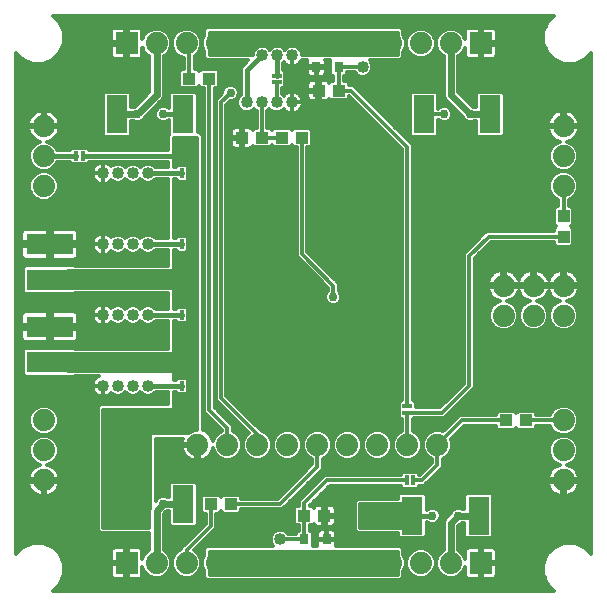
<source format=gbl>
G75*
%MOIN*%
%OFA0B0*%
%FSLAX25Y25*%
%IPPOS*%
%LPD*%
%AMOC8*
5,1,8,0,0,1.08239X$1,22.5*
%
%ADD10C,0.07400*%
%ADD11C,0.04000*%
%ADD12R,0.01600X0.03200*%
%ADD13R,0.04331X0.03937*%
%ADD14R,0.03937X0.04331*%
%ADD15R,0.03150X0.03543*%
%ADD16R,0.07087X0.12598*%
%ADD17R,0.07400X0.07400*%
%ADD18R,0.03200X0.01600*%
%ADD19R,0.15748X0.07087*%
%ADD20C,0.01200*%
%ADD21C,0.03017*%
%ADD22C,0.02978*%
%ADD23C,0.01600*%
%ADD24C,0.02400*%
%ADD25C,0.01000*%
D10*
X0013411Y0040970D03*
X0013411Y0050970D03*
X0013411Y0060970D03*
X0050970Y0013411D03*
X0060970Y0013411D03*
X0070970Y0013411D03*
X0074592Y0052781D03*
X0064592Y0052781D03*
X0084592Y0052781D03*
X0094592Y0052781D03*
X0104592Y0052781D03*
X0114592Y0052781D03*
X0124592Y0052781D03*
X0134592Y0052781D03*
X0144592Y0052781D03*
X0149080Y0013411D03*
X0139080Y0013411D03*
X0129080Y0013411D03*
X0186639Y0040970D03*
X0186639Y0050970D03*
X0186639Y0060970D03*
X0186639Y0095931D03*
X0176639Y0095931D03*
X0166639Y0095931D03*
X0166639Y0105931D03*
X0176639Y0105931D03*
X0186639Y0105931D03*
X0186639Y0139080D03*
X0186639Y0149080D03*
X0186639Y0159080D03*
X0149080Y0186639D03*
X0139080Y0186639D03*
X0129080Y0186639D03*
X0070970Y0186639D03*
X0060970Y0186639D03*
X0050970Y0186639D03*
X0013411Y0159080D03*
X0013411Y0149080D03*
X0013411Y0139080D03*
D11*
X0033096Y0143332D03*
X0038096Y0143332D03*
X0043096Y0143332D03*
X0048096Y0143332D03*
X0048096Y0119710D03*
X0043096Y0119710D03*
X0038096Y0119710D03*
X0033096Y0119710D03*
X0033096Y0096088D03*
X0038096Y0096088D03*
X0043096Y0096088D03*
X0048096Y0096088D03*
X0048096Y0072466D03*
X0043096Y0072466D03*
X0038096Y0072466D03*
X0033096Y0072466D03*
X0092151Y0021285D03*
X0091088Y0166954D03*
X0086088Y0166954D03*
X0081088Y0166954D03*
X0096088Y0166954D03*
X0096088Y0182702D03*
X0091088Y0182702D03*
X0086088Y0182702D03*
X0119710Y0178765D03*
D12*
X0061755Y0143332D03*
X0059555Y0143332D03*
X0059555Y0119710D03*
X0061755Y0119710D03*
X0061755Y0096088D03*
X0059555Y0096088D03*
X0059555Y0072466D03*
X0061755Y0072466D03*
X0134358Y0040970D03*
X0136558Y0040970D03*
X0026322Y0149080D03*
X0024122Y0149080D03*
D13*
X0061836Y0174828D03*
X0068529Y0174828D03*
X0079395Y0155143D03*
X0086088Y0155143D03*
X0092742Y0155143D03*
X0099435Y0155143D03*
X0104946Y0170891D03*
X0111639Y0170891D03*
X0167545Y0060970D03*
X0174238Y0060970D03*
X0106915Y0029159D03*
X0100222Y0029159D03*
X0075813Y0033096D03*
X0069120Y0033096D03*
D14*
X0186639Y0122269D03*
X0186639Y0128962D03*
D15*
X0111639Y0178765D03*
X0104159Y0178765D03*
X0107899Y0187033D03*
X0107702Y0021285D03*
X0100222Y0021285D03*
X0103962Y0013017D03*
D16*
X0136246Y0029159D03*
X0158293Y0029159D03*
X0059868Y0033096D03*
X0037820Y0033096D03*
X0037820Y0163017D03*
X0059868Y0163017D03*
X0140183Y0163017D03*
X0162230Y0163017D03*
D17*
X0159080Y0186639D03*
X0040970Y0186639D03*
X0040970Y0013411D03*
X0159080Y0013411D03*
D18*
X0134592Y0063492D03*
X0134592Y0065692D03*
X0091088Y0173728D03*
X0091088Y0175928D03*
D19*
X0015380Y0119710D03*
X0015380Y0107899D03*
X0015380Y0092151D03*
X0015380Y0080340D03*
D20*
X0004200Y0016507D02*
X0004200Y0183543D01*
X0006513Y0181230D01*
X0009712Y0179906D01*
X0013174Y0179906D01*
X0016372Y0181230D01*
X0018820Y0183678D01*
X0020145Y0186877D01*
X0020145Y0190339D01*
X0018820Y0193537D01*
X0016507Y0195850D01*
X0183543Y0195850D01*
X0181230Y0193537D01*
X0179906Y0190339D01*
X0179906Y0186877D01*
X0181230Y0183678D01*
X0183678Y0181230D01*
X0186877Y0179906D01*
X0190339Y0179906D01*
X0193537Y0181230D01*
X0195850Y0183543D01*
X0195850Y0016507D01*
X0193537Y0018820D01*
X0190339Y0020145D01*
X0186877Y0020145D01*
X0183678Y0018820D01*
X0181230Y0016372D01*
X0179906Y0013174D01*
X0179906Y0009712D01*
X0181230Y0006513D01*
X0183543Y0004200D01*
X0016507Y0004200D01*
X0018820Y0006513D01*
X0020145Y0009712D01*
X0020145Y0013174D01*
X0018820Y0016372D01*
X0016372Y0018820D01*
X0013174Y0020145D01*
X0009712Y0020145D01*
X0006513Y0018820D01*
X0004200Y0016507D01*
X0004200Y0017181D02*
X0004874Y0017181D01*
X0004200Y0018379D02*
X0006072Y0018379D01*
X0004200Y0019578D02*
X0008342Y0019578D01*
X0004200Y0020776D02*
X0048570Y0020776D01*
X0048570Y0019578D02*
X0014543Y0019578D01*
X0016813Y0018379D02*
X0036275Y0018379D01*
X0036288Y0018391D02*
X0035990Y0018093D01*
X0035779Y0017729D01*
X0035670Y0017322D01*
X0035670Y0013811D01*
X0040570Y0013811D01*
X0040570Y0013011D01*
X0035670Y0013011D01*
X0035670Y0009500D01*
X0035779Y0009093D01*
X0035990Y0008729D01*
X0036288Y0008431D01*
X0036652Y0008220D01*
X0037059Y0008111D01*
X0040570Y0008111D01*
X0040570Y0013011D01*
X0041370Y0013011D01*
X0041370Y0008111D01*
X0044881Y0008111D01*
X0045288Y0008220D01*
X0045652Y0008431D01*
X0045950Y0008729D01*
X0046161Y0009093D01*
X0046270Y0009500D01*
X0046270Y0011954D01*
X0046816Y0010635D01*
X0048194Y0009257D01*
X0049995Y0008511D01*
X0051945Y0008511D01*
X0053746Y0009257D01*
X0055124Y0010635D01*
X0055870Y0012436D01*
X0055870Y0014386D01*
X0055124Y0016187D01*
X0053746Y0017565D01*
X0053370Y0017721D01*
X0053370Y0029897D01*
X0054000Y0030527D01*
X0054407Y0030696D01*
X0055124Y0030696D01*
X0055124Y0026300D01*
X0055827Y0025597D01*
X0063908Y0025597D01*
X0064611Y0026300D01*
X0064611Y0039892D01*
X0063908Y0040595D01*
X0055827Y0040595D01*
X0055124Y0039892D01*
X0055124Y0035496D01*
X0054407Y0035496D01*
X0053710Y0035785D01*
X0052640Y0035785D01*
X0051652Y0035376D01*
X0050895Y0034619D01*
X0050644Y0034013D01*
X0050644Y0054918D01*
X0059733Y0054918D01*
X0059680Y0054816D01*
X0059423Y0054022D01*
X0059292Y0053198D01*
X0059292Y0053181D01*
X0064192Y0053181D01*
X0064192Y0052381D01*
X0059292Y0052381D01*
X0059292Y0052364D01*
X0059423Y0051540D01*
X0059680Y0050747D01*
X0060059Y0050003D01*
X0060550Y0049328D01*
X0061139Y0048738D01*
X0061814Y0048248D01*
X0062558Y0047869D01*
X0063351Y0047612D01*
X0064175Y0047481D01*
X0064192Y0047481D01*
X0064192Y0052381D01*
X0064992Y0052381D01*
X0064992Y0047481D01*
X0065009Y0047481D01*
X0065833Y0047612D01*
X0066627Y0047869D01*
X0067370Y0048248D01*
X0068045Y0048738D01*
X0068635Y0049328D01*
X0069125Y0050003D01*
X0069504Y0050747D01*
X0069762Y0051540D01*
X0069773Y0051611D01*
X0070438Y0050005D01*
X0071816Y0048627D01*
X0073617Y0047881D01*
X0075567Y0047881D01*
X0077368Y0048627D01*
X0078746Y0050005D01*
X0079492Y0051806D01*
X0079492Y0053756D01*
X0078746Y0055557D01*
X0077368Y0056935D01*
X0076392Y0057339D01*
X0076392Y0059275D01*
X0070329Y0065338D01*
X0070329Y0171660D01*
X0071192Y0171660D01*
X0071894Y0172363D01*
X0071894Y0177294D01*
X0071192Y0177997D01*
X0065867Y0177997D01*
X0065183Y0177313D01*
X0064499Y0177997D01*
X0063636Y0177997D01*
X0063636Y0182440D01*
X0063746Y0182485D01*
X0065124Y0183864D01*
X0065870Y0185665D01*
X0065870Y0187614D01*
X0065124Y0189415D01*
X0063746Y0190793D01*
X0061945Y0191539D01*
X0059995Y0191539D01*
X0058194Y0190793D01*
X0056816Y0189415D01*
X0056070Y0187614D01*
X0056070Y0185665D01*
X0056816Y0183864D01*
X0058194Y0182485D01*
X0059995Y0181739D01*
X0060036Y0181739D01*
X0060036Y0177997D01*
X0059174Y0177997D01*
X0058471Y0177294D01*
X0058471Y0172363D01*
X0059174Y0171660D01*
X0064499Y0171660D01*
X0065183Y0172344D01*
X0065867Y0171660D01*
X0066729Y0171660D01*
X0066729Y0063847D01*
X0067784Y0062792D01*
X0072792Y0057784D01*
X0072792Y0057339D01*
X0071816Y0056935D01*
X0070438Y0055557D01*
X0069773Y0053951D01*
X0069762Y0054022D01*
X0069504Y0054816D01*
X0069125Y0055559D01*
X0068635Y0056234D01*
X0068045Y0056824D01*
X0067370Y0057314D01*
X0066627Y0057693D01*
X0066392Y0057769D01*
X0066392Y0155889D01*
X0065338Y0156943D01*
X0064611Y0156943D01*
X0064611Y0169814D01*
X0063908Y0170517D01*
X0055827Y0170517D01*
X0055124Y0169814D01*
X0055124Y0165017D01*
X0054978Y0165017D01*
X0054698Y0165297D01*
X0053710Y0165706D01*
X0052640Y0165706D01*
X0051652Y0165297D01*
X0050895Y0164541D01*
X0050486Y0163552D01*
X0050486Y0162482D01*
X0050895Y0161494D01*
X0051652Y0160738D01*
X0052640Y0160328D01*
X0053710Y0160328D01*
X0054698Y0160738D01*
X0054978Y0161017D01*
X0055124Y0161017D01*
X0055124Y0156221D01*
X0055187Y0156158D01*
X0054918Y0155889D01*
X0054918Y0151080D01*
X0028322Y0151080D01*
X0028322Y0151177D01*
X0027619Y0151880D01*
X0022825Y0151880D01*
X0022122Y0151177D01*
X0022122Y0151080D01*
X0017886Y0151080D01*
X0017565Y0151856D01*
X0016187Y0153234D01*
X0014581Y0153900D01*
X0014652Y0153911D01*
X0015446Y0154169D01*
X0016189Y0154547D01*
X0016864Y0155038D01*
X0017454Y0155628D01*
X0017944Y0156302D01*
X0018323Y0157046D01*
X0018581Y0157839D01*
X0018711Y0158663D01*
X0018711Y0158680D01*
X0013811Y0158680D01*
X0013811Y0159480D01*
X0018711Y0159480D01*
X0018711Y0159497D01*
X0018581Y0160321D01*
X0018323Y0161115D01*
X0017944Y0161858D01*
X0017454Y0162533D01*
X0016864Y0163123D01*
X0016189Y0163613D01*
X0015446Y0163992D01*
X0014652Y0164250D01*
X0013828Y0164380D01*
X0013811Y0164380D01*
X0013811Y0159480D01*
X0013011Y0159480D01*
X0013011Y0158680D01*
X0008111Y0158680D01*
X0008111Y0158663D01*
X0008242Y0157839D01*
X0008499Y0157046D01*
X0008878Y0156302D01*
X0009368Y0155628D01*
X0009958Y0155038D01*
X0010633Y0154547D01*
X0011377Y0154169D01*
X0012170Y0153911D01*
X0012241Y0153900D01*
X0010635Y0153234D01*
X0009257Y0151856D01*
X0008511Y0150055D01*
X0008511Y0148106D01*
X0009257Y0146305D01*
X0010635Y0144926D01*
X0012436Y0144180D01*
X0014386Y0144180D01*
X0016187Y0144926D01*
X0017565Y0146305D01*
X0017886Y0147080D01*
X0022122Y0147080D01*
X0022122Y0146983D01*
X0022825Y0146280D01*
X0027619Y0146280D01*
X0028322Y0146983D01*
X0028322Y0147080D01*
X0054918Y0147080D01*
X0054918Y0145332D01*
X0050622Y0145332D01*
X0049909Y0146045D01*
X0048733Y0146532D01*
X0047460Y0146532D01*
X0046283Y0146045D01*
X0045596Y0145358D01*
X0044909Y0146045D01*
X0043733Y0146532D01*
X0042460Y0146532D01*
X0041283Y0146045D01*
X0040596Y0145358D01*
X0039909Y0146045D01*
X0038733Y0146532D01*
X0037460Y0146532D01*
X0036283Y0146045D01*
X0035879Y0145641D01*
X0035391Y0146129D01*
X0034801Y0146523D01*
X0034146Y0146794D01*
X0033451Y0146932D01*
X0033096Y0146932D01*
X0032741Y0146932D01*
X0032046Y0146794D01*
X0031391Y0146523D01*
X0030801Y0146129D01*
X0030300Y0145627D01*
X0029906Y0145038D01*
X0029634Y0144382D01*
X0029496Y0143687D01*
X0029496Y0143332D01*
X0029496Y0142978D01*
X0029634Y0142282D01*
X0029906Y0141627D01*
X0030300Y0141037D01*
X0030801Y0140536D01*
X0031391Y0140142D01*
X0032046Y0139871D01*
X0032741Y0139732D01*
X0033096Y0139732D01*
X0033096Y0143332D01*
X0033096Y0143332D01*
X0033096Y0139732D01*
X0033451Y0139732D01*
X0034146Y0139871D01*
X0034801Y0140142D01*
X0035391Y0140536D01*
X0035879Y0141024D01*
X0036283Y0140619D01*
X0037460Y0140132D01*
X0038733Y0140132D01*
X0039909Y0140619D01*
X0040596Y0141307D01*
X0041283Y0140619D01*
X0042460Y0140132D01*
X0043733Y0140132D01*
X0044909Y0140619D01*
X0045596Y0141307D01*
X0046283Y0140619D01*
X0047460Y0140132D01*
X0048733Y0140132D01*
X0049909Y0140619D01*
X0050622Y0141332D01*
X0054918Y0141332D01*
X0054918Y0121710D01*
X0050622Y0121710D01*
X0049909Y0122423D01*
X0048733Y0122910D01*
X0047460Y0122910D01*
X0046283Y0122423D01*
X0045596Y0121736D01*
X0044909Y0122423D01*
X0043733Y0122910D01*
X0042460Y0122910D01*
X0041283Y0122423D01*
X0040596Y0121736D01*
X0039909Y0122423D01*
X0038733Y0122910D01*
X0037460Y0122910D01*
X0036283Y0122423D01*
X0035879Y0122019D01*
X0035391Y0122507D01*
X0034801Y0122901D01*
X0034146Y0123172D01*
X0033451Y0123310D01*
X0033096Y0123310D01*
X0032741Y0123310D01*
X0032046Y0123172D01*
X0031391Y0122901D01*
X0030801Y0122507D01*
X0030300Y0122005D01*
X0029906Y0121415D01*
X0029634Y0120760D01*
X0029496Y0120065D01*
X0029496Y0119710D01*
X0029496Y0119356D01*
X0029634Y0118660D01*
X0029906Y0118005D01*
X0030300Y0117415D01*
X0030801Y0116914D01*
X0031391Y0116520D01*
X0032046Y0116249D01*
X0032741Y0116110D01*
X0033096Y0116110D01*
X0033096Y0119710D01*
X0033096Y0119710D01*
X0033096Y0116110D01*
X0033451Y0116110D01*
X0034146Y0116249D01*
X0034801Y0116520D01*
X0035391Y0116914D01*
X0035879Y0117402D01*
X0036283Y0116997D01*
X0037460Y0116510D01*
X0038733Y0116510D01*
X0039909Y0116997D01*
X0040596Y0117685D01*
X0041283Y0116997D01*
X0042460Y0116510D01*
X0043733Y0116510D01*
X0044909Y0116997D01*
X0045596Y0117685D01*
X0046283Y0116997D01*
X0047460Y0116510D01*
X0048733Y0116510D01*
X0049909Y0116997D01*
X0050622Y0117710D01*
X0054918Y0117710D01*
X0054918Y0112455D01*
X0023938Y0112455D01*
X0023751Y0112643D01*
X0007008Y0112643D01*
X0006306Y0111940D01*
X0006306Y0103859D01*
X0007008Y0103156D01*
X0023751Y0103156D01*
X0023938Y0103343D01*
X0054918Y0103343D01*
X0054918Y0098088D01*
X0050622Y0098088D01*
X0049909Y0098801D01*
X0048733Y0099288D01*
X0047460Y0099288D01*
X0046283Y0098801D01*
X0045596Y0098114D01*
X0044909Y0098801D01*
X0043733Y0099288D01*
X0042460Y0099288D01*
X0041283Y0098801D01*
X0040596Y0098114D01*
X0039909Y0098801D01*
X0038733Y0099288D01*
X0037460Y0099288D01*
X0036283Y0098801D01*
X0035879Y0098396D01*
X0035391Y0098884D01*
X0034801Y0099278D01*
X0034146Y0099550D01*
X0033451Y0099688D01*
X0033096Y0099688D01*
X0032741Y0099688D01*
X0032046Y0099550D01*
X0031391Y0099278D01*
X0030801Y0098884D01*
X0030300Y0098383D01*
X0029906Y0097793D01*
X0029634Y0097138D01*
X0029496Y0096443D01*
X0029496Y0096088D01*
X0029496Y0095734D01*
X0029634Y0095038D01*
X0029906Y0094383D01*
X0030300Y0093793D01*
X0030801Y0093292D01*
X0031391Y0092898D01*
X0032046Y0092627D01*
X0032741Y0092488D01*
X0033096Y0092488D01*
X0033096Y0096088D01*
X0033096Y0096088D01*
X0033096Y0092488D01*
X0033451Y0092488D01*
X0034146Y0092627D01*
X0034801Y0092898D01*
X0035391Y0093292D01*
X0035879Y0093780D01*
X0036283Y0093375D01*
X0037460Y0092888D01*
X0038733Y0092888D01*
X0039909Y0093375D01*
X0040596Y0094063D01*
X0041283Y0093375D01*
X0042460Y0092888D01*
X0043733Y0092888D01*
X0044909Y0093375D01*
X0045596Y0094063D01*
X0046283Y0093375D01*
X0047460Y0092888D01*
X0048733Y0092888D01*
X0049909Y0093375D01*
X0050622Y0094088D01*
X0054918Y0094088D01*
X0054918Y0084896D01*
X0023938Y0084896D01*
X0023751Y0085083D01*
X0007008Y0085083D01*
X0006306Y0084381D01*
X0006306Y0076300D01*
X0007008Y0075597D01*
X0023751Y0075597D01*
X0023938Y0075784D01*
X0031699Y0075784D01*
X0031391Y0075656D01*
X0030801Y0075262D01*
X0030300Y0074761D01*
X0029906Y0074171D01*
X0029634Y0073516D01*
X0029496Y0072821D01*
X0029496Y0072466D01*
X0029496Y0072112D01*
X0029634Y0071416D01*
X0029906Y0070761D01*
X0030300Y0070171D01*
X0030801Y0069670D01*
X0031391Y0069276D01*
X0032046Y0069004D01*
X0032741Y0068866D01*
X0033096Y0068866D01*
X0033096Y0072466D01*
X0033096Y0072466D01*
X0029496Y0072466D01*
X0033096Y0072466D01*
X0033096Y0072466D01*
X0033096Y0068866D01*
X0033451Y0068866D01*
X0034146Y0069004D01*
X0034801Y0069276D01*
X0035391Y0069670D01*
X0035879Y0070158D01*
X0036283Y0069753D01*
X0037460Y0069266D01*
X0038733Y0069266D01*
X0039909Y0069753D01*
X0040596Y0070441D01*
X0041283Y0069753D01*
X0042460Y0069266D01*
X0043733Y0069266D01*
X0044909Y0069753D01*
X0045596Y0070441D01*
X0046283Y0069753D01*
X0047460Y0069266D01*
X0048733Y0069266D01*
X0049909Y0069753D01*
X0050622Y0070466D01*
X0054918Y0070466D01*
X0054918Y0066392D01*
X0032350Y0066392D01*
X0031296Y0065338D01*
X0031296Y0024476D01*
X0032350Y0023422D01*
X0048570Y0023422D01*
X0048570Y0017721D01*
X0048194Y0017565D01*
X0046816Y0016187D01*
X0046270Y0014868D01*
X0046270Y0017322D01*
X0046161Y0017729D01*
X0045950Y0018093D01*
X0045652Y0018391D01*
X0045288Y0018602D01*
X0044881Y0018711D01*
X0041370Y0018711D01*
X0041370Y0013811D01*
X0040570Y0013811D01*
X0040570Y0018711D01*
X0037059Y0018711D01*
X0036652Y0018602D01*
X0036288Y0018391D01*
X0035670Y0017181D02*
X0018011Y0017181D01*
X0018982Y0015982D02*
X0035670Y0015982D01*
X0035670Y0014784D02*
X0019478Y0014784D01*
X0019974Y0013585D02*
X0040570Y0013585D01*
X0040570Y0012387D02*
X0041370Y0012387D01*
X0041370Y0011188D02*
X0040570Y0011188D01*
X0040570Y0009990D02*
X0041370Y0009990D01*
X0041370Y0008791D02*
X0040570Y0008791D01*
X0045986Y0008791D02*
X0049319Y0008791D01*
X0047462Y0009990D02*
X0046270Y0009990D01*
X0046270Y0011188D02*
X0046587Y0011188D01*
X0046731Y0015982D02*
X0046270Y0015982D01*
X0046270Y0017181D02*
X0047810Y0017181D01*
X0048570Y0018379D02*
X0045665Y0018379D01*
X0041370Y0018379D02*
X0040570Y0018379D01*
X0040570Y0017181D02*
X0041370Y0017181D01*
X0041370Y0015982D02*
X0040570Y0015982D01*
X0040570Y0014784D02*
X0041370Y0014784D01*
X0035670Y0012387D02*
X0020145Y0012387D01*
X0020145Y0011188D02*
X0035670Y0011188D01*
X0035670Y0009990D02*
X0020145Y0009990D01*
X0019764Y0008791D02*
X0035954Y0008791D01*
X0048570Y0021975D02*
X0004200Y0021975D01*
X0004200Y0023173D02*
X0048570Y0023173D01*
X0048570Y0025222D02*
X0033096Y0025222D01*
X0033096Y0064592D01*
X0056718Y0064592D01*
X0056718Y0070466D01*
X0057555Y0070466D01*
X0057555Y0070369D01*
X0058258Y0069666D01*
X0060852Y0069666D01*
X0061555Y0070369D01*
X0061555Y0074563D01*
X0060852Y0075266D01*
X0058258Y0075266D01*
X0057555Y0074563D01*
X0057555Y0074466D01*
X0056718Y0074466D01*
X0056718Y0077584D01*
X0021285Y0077584D01*
X0021285Y0083096D01*
X0056718Y0083096D01*
X0056718Y0094088D01*
X0057555Y0094088D01*
X0057555Y0093991D01*
X0058258Y0093288D01*
X0060852Y0093288D01*
X0061555Y0093991D01*
X0061555Y0098185D01*
X0060852Y0098888D01*
X0058258Y0098888D01*
X0057555Y0098185D01*
X0057555Y0098088D01*
X0056718Y0098088D01*
X0056718Y0105143D01*
X0021285Y0105143D01*
X0021285Y0110655D01*
X0056718Y0110655D01*
X0056718Y0117710D01*
X0057555Y0117710D01*
X0057555Y0117613D01*
X0058258Y0116910D01*
X0060852Y0116910D01*
X0061555Y0117613D01*
X0061555Y0121807D01*
X0060852Y0122510D01*
X0058258Y0122510D01*
X0057555Y0121807D01*
X0057555Y0121710D01*
X0056718Y0121710D01*
X0056718Y0141332D01*
X0057555Y0141332D01*
X0057555Y0141235D01*
X0058258Y0140532D01*
X0060852Y0140532D01*
X0061555Y0141235D01*
X0061555Y0145429D01*
X0060852Y0146132D01*
X0058258Y0146132D01*
X0057555Y0145429D01*
X0057555Y0145332D01*
X0056718Y0145332D01*
X0056718Y0155143D01*
X0064592Y0155143D01*
X0064592Y0057681D01*
X0063617Y0057681D01*
X0061816Y0056935D01*
X0061599Y0056718D01*
X0048844Y0056718D01*
X0048844Y0032030D01*
X0048570Y0031369D01*
X0048570Y0025222D01*
X0048570Y0025570D02*
X0033096Y0025570D01*
X0033096Y0026769D02*
X0048570Y0026769D01*
X0048570Y0027967D02*
X0033096Y0027967D01*
X0033096Y0029166D02*
X0048570Y0029166D01*
X0048570Y0030364D02*
X0033096Y0030364D01*
X0033096Y0031563D02*
X0048650Y0031563D01*
X0048844Y0032761D02*
X0033096Y0032761D01*
X0033096Y0033960D02*
X0048844Y0033960D01*
X0048844Y0035158D02*
X0033096Y0035158D01*
X0033096Y0036357D02*
X0048844Y0036357D01*
X0048844Y0037555D02*
X0033096Y0037555D01*
X0033096Y0038754D02*
X0048844Y0038754D01*
X0048844Y0039952D02*
X0033096Y0039952D01*
X0033096Y0041151D02*
X0048844Y0041151D01*
X0048844Y0042349D02*
X0033096Y0042349D01*
X0033096Y0043548D02*
X0048844Y0043548D01*
X0048844Y0044746D02*
X0033096Y0044746D01*
X0033096Y0045945D02*
X0048844Y0045945D01*
X0048844Y0047143D02*
X0033096Y0047143D01*
X0033096Y0048342D02*
X0048844Y0048342D01*
X0048844Y0049540D02*
X0033096Y0049540D01*
X0033096Y0050739D02*
X0048844Y0050739D01*
X0048844Y0051937D02*
X0033096Y0051937D01*
X0033096Y0053136D02*
X0048844Y0053136D01*
X0048844Y0054334D02*
X0033096Y0054334D01*
X0033096Y0055533D02*
X0048844Y0055533D01*
X0050644Y0054334D02*
X0059524Y0054334D01*
X0061613Y0056732D02*
X0033096Y0056732D01*
X0033096Y0057930D02*
X0064592Y0057930D01*
X0064592Y0059129D02*
X0033096Y0059129D01*
X0033096Y0060327D02*
X0064592Y0060327D01*
X0064592Y0061526D02*
X0033096Y0061526D01*
X0033096Y0062724D02*
X0064592Y0062724D01*
X0064592Y0063923D02*
X0033096Y0063923D01*
X0031296Y0063923D02*
X0017388Y0063923D01*
X0017565Y0063746D02*
X0016187Y0065124D01*
X0014386Y0065870D01*
X0012436Y0065870D01*
X0010635Y0065124D01*
X0009257Y0063746D01*
X0008511Y0061945D01*
X0008511Y0059995D01*
X0009257Y0058194D01*
X0010635Y0056816D01*
X0012436Y0056070D01*
X0014386Y0056070D01*
X0016187Y0056816D01*
X0017565Y0058194D01*
X0018311Y0059995D01*
X0018311Y0061945D01*
X0017565Y0063746D01*
X0017988Y0062724D02*
X0031296Y0062724D01*
X0031296Y0061526D02*
X0018311Y0061526D01*
X0018311Y0060327D02*
X0031296Y0060327D01*
X0031296Y0059129D02*
X0017952Y0059129D01*
X0017301Y0057930D02*
X0031296Y0057930D01*
X0031296Y0056732D02*
X0015983Y0056732D01*
X0015199Y0055533D02*
X0031296Y0055533D01*
X0031296Y0054334D02*
X0016976Y0054334D01*
X0017565Y0053746D02*
X0016187Y0055124D01*
X0014386Y0055870D01*
X0012436Y0055870D01*
X0010635Y0055124D01*
X0009257Y0053746D01*
X0008511Y0051945D01*
X0008511Y0049995D01*
X0009257Y0048194D01*
X0010635Y0046816D01*
X0012241Y0046151D01*
X0012170Y0046140D01*
X0011377Y0045882D01*
X0010633Y0045503D01*
X0009958Y0045013D01*
X0009368Y0044423D01*
X0008878Y0043748D01*
X0008499Y0043005D01*
X0008242Y0042211D01*
X0008111Y0041387D01*
X0008111Y0041370D01*
X0013011Y0041370D01*
X0013011Y0040570D01*
X0013811Y0040570D01*
X0013811Y0035670D01*
X0013828Y0035670D01*
X0014652Y0035801D01*
X0015446Y0036058D01*
X0016189Y0036437D01*
X0016864Y0036927D01*
X0017454Y0037517D01*
X0017944Y0038192D01*
X0018323Y0038936D01*
X0018581Y0039729D01*
X0018711Y0040553D01*
X0018711Y0040570D01*
X0013811Y0040570D01*
X0013811Y0041370D01*
X0018711Y0041370D01*
X0018711Y0041387D01*
X0018581Y0042211D01*
X0018323Y0043005D01*
X0017944Y0043748D01*
X0017454Y0044423D01*
X0016864Y0045013D01*
X0016189Y0045503D01*
X0015446Y0045882D01*
X0014652Y0046140D01*
X0014581Y0046151D01*
X0016187Y0046816D01*
X0017565Y0048194D01*
X0018311Y0049995D01*
X0018311Y0051945D01*
X0017565Y0053746D01*
X0017818Y0053136D02*
X0031296Y0053136D01*
X0031296Y0051937D02*
X0018311Y0051937D01*
X0018311Y0050739D02*
X0031296Y0050739D01*
X0031296Y0049540D02*
X0018123Y0049540D01*
X0017626Y0048342D02*
X0031296Y0048342D01*
X0031296Y0047143D02*
X0016514Y0047143D01*
X0015251Y0045945D02*
X0031296Y0045945D01*
X0031296Y0044746D02*
X0017130Y0044746D01*
X0018046Y0043548D02*
X0031296Y0043548D01*
X0031296Y0042349D02*
X0018536Y0042349D01*
X0018616Y0039952D02*
X0031296Y0039952D01*
X0031296Y0038754D02*
X0018230Y0038754D01*
X0017481Y0037555D02*
X0031296Y0037555D01*
X0031296Y0036357D02*
X0016031Y0036357D01*
X0013811Y0036357D02*
X0013011Y0036357D01*
X0013011Y0035670D02*
X0013011Y0040570D01*
X0008111Y0040570D01*
X0008111Y0040553D01*
X0008242Y0039729D01*
X0008499Y0038936D01*
X0008878Y0038192D01*
X0009368Y0037517D01*
X0009958Y0036927D01*
X0010633Y0036437D01*
X0011377Y0036058D01*
X0012170Y0035801D01*
X0012994Y0035670D01*
X0013011Y0035670D01*
X0013011Y0037555D02*
X0013811Y0037555D01*
X0013811Y0038754D02*
X0013011Y0038754D01*
X0013011Y0039952D02*
X0013811Y0039952D01*
X0013811Y0041151D02*
X0031296Y0041151D01*
X0031296Y0035158D02*
X0004200Y0035158D01*
X0004200Y0033960D02*
X0031296Y0033960D01*
X0031296Y0032761D02*
X0004200Y0032761D01*
X0004200Y0031563D02*
X0031296Y0031563D01*
X0031296Y0030364D02*
X0004200Y0030364D01*
X0004200Y0029166D02*
X0031296Y0029166D01*
X0031296Y0027967D02*
X0004200Y0027967D01*
X0004200Y0026769D02*
X0031296Y0026769D01*
X0031296Y0025570D02*
X0004200Y0025570D01*
X0004200Y0024372D02*
X0031401Y0024372D01*
X0019267Y0007593D02*
X0180783Y0007593D01*
X0180287Y0008791D02*
X0164097Y0008791D01*
X0164061Y0008729D02*
X0164271Y0009093D01*
X0164380Y0009500D01*
X0164380Y0013011D01*
X0159480Y0013011D01*
X0159480Y0008111D01*
X0162991Y0008111D01*
X0163398Y0008220D01*
X0163763Y0008431D01*
X0164061Y0008729D01*
X0164380Y0009990D02*
X0179906Y0009990D01*
X0179906Y0011188D02*
X0164380Y0011188D01*
X0164380Y0012387D02*
X0179906Y0012387D01*
X0180076Y0013585D02*
X0159480Y0013585D01*
X0159480Y0013811D02*
X0164380Y0013811D01*
X0164380Y0017322D01*
X0164271Y0017729D01*
X0164061Y0018093D01*
X0163763Y0018391D01*
X0163398Y0018602D01*
X0162991Y0018711D01*
X0159480Y0018711D01*
X0159480Y0013811D01*
X0158680Y0013811D01*
X0158680Y0018711D01*
X0155170Y0018711D01*
X0154763Y0018602D01*
X0154398Y0018391D01*
X0154100Y0018093D01*
X0153889Y0017729D01*
X0153780Y0017322D01*
X0153780Y0014868D01*
X0153234Y0016187D01*
X0151856Y0017565D01*
X0151480Y0017721D01*
X0151480Y0025645D01*
X0152426Y0026590D01*
X0152833Y0026759D01*
X0153550Y0026759D01*
X0153550Y0022363D01*
X0154253Y0021660D01*
X0162333Y0021660D01*
X0163036Y0022363D01*
X0163036Y0035955D01*
X0162333Y0036658D01*
X0154253Y0036658D01*
X0153550Y0035955D01*
X0153550Y0031559D01*
X0152833Y0031559D01*
X0152135Y0031848D01*
X0151065Y0031848D01*
X0150077Y0031439D01*
X0149320Y0030682D01*
X0149031Y0029985D01*
X0147046Y0027999D01*
X0146680Y0027117D01*
X0146680Y0017721D01*
X0146305Y0017565D01*
X0144926Y0016187D01*
X0144180Y0014386D01*
X0144180Y0012436D01*
X0144926Y0010635D01*
X0146305Y0009257D01*
X0148106Y0008511D01*
X0150055Y0008511D01*
X0151856Y0009257D01*
X0153234Y0010635D01*
X0153780Y0011954D01*
X0153780Y0009500D01*
X0153889Y0009093D01*
X0154100Y0008729D01*
X0154398Y0008431D01*
X0154763Y0008220D01*
X0155170Y0008111D01*
X0158680Y0008111D01*
X0158680Y0013011D01*
X0159480Y0013011D01*
X0159480Y0013811D01*
X0159480Y0014784D02*
X0158680Y0014784D01*
X0158680Y0015982D02*
X0159480Y0015982D01*
X0159480Y0017181D02*
X0158680Y0017181D01*
X0158680Y0018379D02*
X0159480Y0018379D01*
X0163775Y0018379D02*
X0183238Y0018379D01*
X0182039Y0017181D02*
X0164380Y0017181D01*
X0164380Y0015982D02*
X0181069Y0015982D01*
X0180572Y0014784D02*
X0164380Y0014784D01*
X0159480Y0012387D02*
X0158680Y0012387D01*
X0158680Y0011188D02*
X0159480Y0011188D01*
X0159480Y0009990D02*
X0158680Y0009990D01*
X0158680Y0008791D02*
X0159480Y0008791D01*
X0154064Y0008791D02*
X0150731Y0008791D01*
X0152589Y0009990D02*
X0153780Y0009990D01*
X0153780Y0011188D02*
X0153463Y0011188D01*
X0153319Y0015982D02*
X0153780Y0015982D01*
X0153780Y0017181D02*
X0152240Y0017181D01*
X0151480Y0018379D02*
X0154386Y0018379D01*
X0153938Y0021975D02*
X0151480Y0021975D01*
X0151480Y0023173D02*
X0153550Y0023173D01*
X0153550Y0024372D02*
X0151480Y0024372D01*
X0151480Y0025570D02*
X0153550Y0025570D01*
X0151480Y0020776D02*
X0195850Y0020776D01*
X0195850Y0019578D02*
X0191708Y0019578D01*
X0193978Y0018379D02*
X0195850Y0018379D01*
X0195850Y0017181D02*
X0195177Y0017181D01*
X0195850Y0021975D02*
X0162648Y0021975D01*
X0163036Y0023173D02*
X0195850Y0023173D01*
X0195850Y0024372D02*
X0163036Y0024372D01*
X0163036Y0025570D02*
X0195850Y0025570D01*
X0195850Y0026769D02*
X0163036Y0026769D01*
X0163036Y0027967D02*
X0195850Y0027967D01*
X0195850Y0029166D02*
X0163036Y0029166D01*
X0163036Y0030364D02*
X0195850Y0030364D01*
X0195850Y0031563D02*
X0163036Y0031563D01*
X0163036Y0032761D02*
X0195850Y0032761D01*
X0195850Y0033960D02*
X0163036Y0033960D01*
X0163036Y0035158D02*
X0195850Y0035158D01*
X0195850Y0036357D02*
X0189260Y0036357D01*
X0189417Y0036437D02*
X0190092Y0036927D01*
X0190682Y0037517D01*
X0191172Y0038192D01*
X0191551Y0038936D01*
X0191809Y0039729D01*
X0191939Y0040553D01*
X0191939Y0040570D01*
X0187039Y0040570D01*
X0187039Y0035670D01*
X0187056Y0035670D01*
X0187880Y0035801D01*
X0188674Y0036058D01*
X0189417Y0036437D01*
X0190710Y0037555D02*
X0195850Y0037555D01*
X0195850Y0038754D02*
X0191458Y0038754D01*
X0191844Y0039952D02*
X0195850Y0039952D01*
X0195850Y0041151D02*
X0187039Y0041151D01*
X0187039Y0041370D02*
X0191939Y0041370D01*
X0191939Y0041387D01*
X0191809Y0042211D01*
X0191551Y0043005D01*
X0191172Y0043748D01*
X0190682Y0044423D01*
X0190092Y0045013D01*
X0189417Y0045503D01*
X0188674Y0045882D01*
X0187880Y0046140D01*
X0187809Y0046151D01*
X0189415Y0046816D01*
X0190793Y0048194D01*
X0191539Y0049995D01*
X0191539Y0051945D01*
X0190793Y0053746D01*
X0189415Y0055124D01*
X0187614Y0055870D01*
X0185665Y0055870D01*
X0183864Y0055124D01*
X0182485Y0053746D01*
X0181739Y0051945D01*
X0181739Y0049995D01*
X0182485Y0048194D01*
X0183864Y0046816D01*
X0185470Y0046151D01*
X0185398Y0046140D01*
X0184605Y0045882D01*
X0183862Y0045503D01*
X0183187Y0045013D01*
X0182597Y0044423D01*
X0182106Y0043748D01*
X0181728Y0043005D01*
X0181470Y0042211D01*
X0181339Y0041387D01*
X0181339Y0041370D01*
X0186239Y0041370D01*
X0186239Y0040570D01*
X0181339Y0040570D01*
X0181339Y0040553D01*
X0181470Y0039729D01*
X0181728Y0038936D01*
X0182106Y0038192D01*
X0182597Y0037517D01*
X0183187Y0036927D01*
X0183862Y0036437D01*
X0184605Y0036058D01*
X0185398Y0035801D01*
X0186222Y0035670D01*
X0186239Y0035670D01*
X0186239Y0040570D01*
X0187039Y0040570D01*
X0187039Y0041370D01*
X0186239Y0041151D02*
X0142122Y0041151D01*
X0143320Y0042349D02*
X0181515Y0042349D01*
X0182005Y0043548D02*
X0144519Y0043548D01*
X0145338Y0044367D02*
X0146392Y0045421D01*
X0146392Y0048223D01*
X0147368Y0048627D01*
X0148746Y0050005D01*
X0149492Y0051806D01*
X0149492Y0053756D01*
X0149088Y0054731D01*
X0153527Y0059170D01*
X0164180Y0059170D01*
X0164180Y0058505D01*
X0164882Y0057802D01*
X0170207Y0057802D01*
X0170891Y0058486D01*
X0171575Y0057802D01*
X0176900Y0057802D01*
X0177603Y0058505D01*
X0177603Y0059170D01*
X0182081Y0059170D01*
X0182485Y0058194D01*
X0183864Y0056816D01*
X0185665Y0056070D01*
X0187614Y0056070D01*
X0189415Y0056816D01*
X0190793Y0058194D01*
X0191539Y0059995D01*
X0191539Y0061945D01*
X0190793Y0063746D01*
X0189415Y0065124D01*
X0187614Y0065870D01*
X0185665Y0065870D01*
X0183864Y0065124D01*
X0182485Y0063746D01*
X0182081Y0062770D01*
X0177603Y0062770D01*
X0177603Y0063436D01*
X0176900Y0064139D01*
X0171575Y0064139D01*
X0170891Y0063455D01*
X0170207Y0064139D01*
X0164882Y0064139D01*
X0164180Y0063436D01*
X0164180Y0062770D01*
X0152036Y0062770D01*
X0146542Y0057277D01*
X0145567Y0057681D01*
X0143617Y0057681D01*
X0141816Y0056935D01*
X0140438Y0055557D01*
X0139692Y0053756D01*
X0139692Y0051806D01*
X0140438Y0050005D01*
X0141816Y0048627D01*
X0142792Y0048223D01*
X0142792Y0046913D01*
X0138650Y0042770D01*
X0138558Y0042770D01*
X0138558Y0043067D01*
X0137855Y0043770D01*
X0133061Y0043770D01*
X0132358Y0043067D01*
X0132358Y0042770D01*
X0107154Y0042770D01*
X0099476Y0035093D01*
X0098422Y0034038D01*
X0098422Y0032328D01*
X0097560Y0032328D01*
X0096857Y0031625D01*
X0096857Y0026693D01*
X0097560Y0025991D01*
X0098422Y0025991D01*
X0098422Y0024257D01*
X0098150Y0024257D01*
X0097447Y0023554D01*
X0097447Y0023085D01*
X0094869Y0023085D01*
X0094864Y0023098D01*
X0093964Y0023998D01*
X0092788Y0024485D01*
X0091515Y0024485D01*
X0090339Y0023998D01*
X0089438Y0023098D01*
X0088951Y0021922D01*
X0088951Y0020649D01*
X0089438Y0019472D01*
X0089863Y0019048D01*
X0067825Y0019048D01*
X0066829Y0018052D01*
X0066829Y0016200D01*
X0066816Y0016187D01*
X0066070Y0014386D01*
X0066070Y0012436D01*
X0066816Y0010635D01*
X0066829Y0010622D01*
X0066829Y0008770D01*
X0067825Y0007774D01*
X0132225Y0007774D01*
X0133221Y0008770D01*
X0133221Y0010622D01*
X0133234Y0010635D01*
X0133980Y0012436D01*
X0133980Y0014386D01*
X0133234Y0016187D01*
X0133221Y0016200D01*
X0133221Y0018052D01*
X0132225Y0019048D01*
X0110809Y0019048D01*
X0110877Y0019303D01*
X0110877Y0021098D01*
X0107890Y0021098D01*
X0107890Y0021472D01*
X0110877Y0021472D01*
X0110877Y0023267D01*
X0110768Y0023674D01*
X0110557Y0024039D01*
X0110260Y0024337D01*
X0109895Y0024548D01*
X0109488Y0024657D01*
X0107890Y0024657D01*
X0107890Y0021473D01*
X0107515Y0021473D01*
X0107515Y0024657D01*
X0105917Y0024657D01*
X0105510Y0024548D01*
X0105145Y0024337D01*
X0104847Y0024039D01*
X0104637Y0023674D01*
X0104528Y0023267D01*
X0104528Y0021472D01*
X0107515Y0021472D01*
X0107515Y0021098D01*
X0104528Y0021098D01*
X0104528Y0019303D01*
X0104596Y0019048D01*
X0102997Y0019048D01*
X0102997Y0023554D01*
X0102294Y0024257D01*
X0102022Y0024257D01*
X0102022Y0025991D01*
X0102884Y0025991D01*
X0103335Y0026441D01*
X0103469Y0026208D01*
X0103767Y0025910D01*
X0104132Y0025700D01*
X0104539Y0025591D01*
X0106531Y0025591D01*
X0106531Y0028775D01*
X0107299Y0028775D01*
X0107299Y0025591D01*
X0109291Y0025591D01*
X0109698Y0025700D01*
X0110063Y0025910D01*
X0110361Y0026208D01*
X0110571Y0026573D01*
X0110680Y0026980D01*
X0110680Y0028775D01*
X0107299Y0028775D01*
X0107299Y0029543D01*
X0110680Y0029543D01*
X0110680Y0031338D01*
X0110571Y0031745D01*
X0110361Y0032110D01*
X0110063Y0032408D01*
X0109698Y0032619D01*
X0109291Y0032728D01*
X0107299Y0032728D01*
X0107299Y0029543D01*
X0106531Y0029543D01*
X0106531Y0032728D01*
X0104539Y0032728D01*
X0104132Y0032619D01*
X0103767Y0032408D01*
X0103469Y0032110D01*
X0103335Y0031877D01*
X0102884Y0032328D01*
X0102022Y0032328D01*
X0102022Y0032547D01*
X0108645Y0039170D01*
X0132358Y0039170D01*
X0132358Y0038873D01*
X0133061Y0038170D01*
X0137855Y0038170D01*
X0138558Y0038873D01*
X0138558Y0039170D01*
X0140141Y0039170D01*
X0145338Y0044367D01*
X0145717Y0044746D02*
X0182920Y0044746D01*
X0184799Y0045945D02*
X0146392Y0045945D01*
X0146392Y0047143D02*
X0183536Y0047143D01*
X0182424Y0048342D02*
X0146679Y0048342D01*
X0148281Y0049540D02*
X0181928Y0049540D01*
X0181739Y0050739D02*
X0149050Y0050739D01*
X0149492Y0051937D02*
X0181739Y0051937D01*
X0182233Y0053136D02*
X0149492Y0053136D01*
X0149252Y0054334D02*
X0183074Y0054334D01*
X0184851Y0055533D02*
X0149890Y0055533D01*
X0151088Y0056732D02*
X0184068Y0056732D01*
X0182750Y0057930D02*
X0177029Y0057930D01*
X0177603Y0059129D02*
X0182098Y0059129D01*
X0182662Y0063923D02*
X0177116Y0063923D01*
X0174238Y0060970D02*
X0186639Y0060970D01*
X0191180Y0059129D02*
X0195850Y0059129D01*
X0195850Y0060327D02*
X0191539Y0060327D01*
X0191539Y0061526D02*
X0195850Y0061526D01*
X0195850Y0062724D02*
X0191217Y0062724D01*
X0190616Y0063923D02*
X0195850Y0063923D01*
X0195850Y0065121D02*
X0189418Y0065121D01*
X0183861Y0065121D02*
X0150344Y0065121D01*
X0151542Y0066320D02*
X0195850Y0066320D01*
X0195850Y0067518D02*
X0152741Y0067518D01*
X0153939Y0068717D02*
X0195850Y0068717D01*
X0195850Y0069915D02*
X0155138Y0069915D01*
X0155889Y0070666D02*
X0155889Y0070666D01*
X0156943Y0071721D01*
X0156943Y0115028D01*
X0162385Y0120469D01*
X0183471Y0120469D01*
X0183471Y0119607D01*
X0184174Y0118904D01*
X0189105Y0118904D01*
X0189808Y0119607D01*
X0189808Y0124932D01*
X0189124Y0125616D01*
X0189808Y0126300D01*
X0189808Y0131625D01*
X0189105Y0132328D01*
X0188439Y0132328D01*
X0188439Y0134522D01*
X0189415Y0134926D01*
X0190793Y0136305D01*
X0191539Y0138106D01*
X0191539Y0140055D01*
X0190793Y0141856D01*
X0189415Y0143234D01*
X0187614Y0143980D01*
X0185665Y0143980D01*
X0183864Y0143234D01*
X0182485Y0141856D01*
X0181739Y0140055D01*
X0181739Y0138106D01*
X0182485Y0136305D01*
X0183864Y0134926D01*
X0184839Y0134522D01*
X0184839Y0132328D01*
X0184174Y0132328D01*
X0183471Y0131625D01*
X0183471Y0126300D01*
X0184155Y0125616D01*
X0183471Y0124932D01*
X0183471Y0124069D01*
X0160894Y0124069D01*
X0159839Y0123015D01*
X0153343Y0116519D01*
X0153343Y0073212D01*
X0145424Y0065292D01*
X0137392Y0065292D01*
X0137392Y0066989D01*
X0136689Y0067692D01*
X0136392Y0067692D01*
X0136392Y0152818D01*
X0135338Y0153872D01*
X0135338Y0153872D01*
X0117573Y0171637D01*
X0116519Y0172691D01*
X0115005Y0172691D01*
X0115005Y0173357D01*
X0114302Y0174060D01*
X0113439Y0174060D01*
X0113439Y0175794D01*
X0113711Y0175794D01*
X0114414Y0176497D01*
X0114414Y0176965D01*
X0116992Y0176965D01*
X0116997Y0176953D01*
X0117898Y0176053D01*
X0119074Y0175565D01*
X0120347Y0175565D01*
X0121523Y0176053D01*
X0122423Y0176953D01*
X0122910Y0178129D01*
X0122910Y0179402D01*
X0122423Y0180578D01*
X0121999Y0181002D01*
X0132225Y0181002D01*
X0133221Y0181998D01*
X0133221Y0183851D01*
X0133234Y0183864D01*
X0133980Y0185665D01*
X0133980Y0187614D01*
X0133234Y0189415D01*
X0133221Y0189428D01*
X0133221Y0191281D01*
X0132225Y0192276D01*
X0067825Y0192276D01*
X0066829Y0191281D01*
X0066829Y0189428D01*
X0066816Y0189415D01*
X0066070Y0187614D01*
X0066070Y0185665D01*
X0066816Y0183864D01*
X0066829Y0183851D01*
X0066829Y0181998D01*
X0067825Y0181002D01*
X0081560Y0181002D01*
X0079088Y0178531D01*
X0079088Y0169480D01*
X0078375Y0168767D01*
X0077888Y0167591D01*
X0077888Y0166318D01*
X0078375Y0165142D01*
X0079276Y0164241D01*
X0080452Y0163754D01*
X0081725Y0163754D01*
X0082901Y0164241D01*
X0083588Y0164929D01*
X0084276Y0164241D01*
X0084288Y0164236D01*
X0084288Y0158312D01*
X0083426Y0158312D01*
X0082975Y0157861D01*
X0082841Y0158094D01*
X0082543Y0158392D01*
X0082178Y0158603D01*
X0081771Y0158712D01*
X0079780Y0158712D01*
X0079780Y0155528D01*
X0079011Y0155528D01*
X0079011Y0158712D01*
X0077019Y0158712D01*
X0076612Y0158603D01*
X0076247Y0158392D01*
X0075950Y0158094D01*
X0075739Y0157729D01*
X0075630Y0157322D01*
X0075630Y0155528D01*
X0079011Y0155528D01*
X0079011Y0154759D01*
X0079780Y0154759D01*
X0079780Y0151575D01*
X0081771Y0151575D01*
X0082178Y0151684D01*
X0082543Y0151894D01*
X0082841Y0152192D01*
X0082975Y0152425D01*
X0083426Y0151975D01*
X0088751Y0151975D01*
X0089415Y0152639D01*
X0090079Y0151975D01*
X0095404Y0151975D01*
X0096088Y0152659D01*
X0096772Y0151975D01*
X0097635Y0151975D01*
X0097635Y0115618D01*
X0108068Y0105185D01*
X0108068Y0103996D01*
X0107588Y0103517D01*
X0107179Y0102529D01*
X0107179Y0101459D01*
X0107588Y0100471D01*
X0108345Y0099714D01*
X0109333Y0099305D01*
X0110403Y0099305D01*
X0111391Y0099714D01*
X0112147Y0100471D01*
X0112557Y0101459D01*
X0112557Y0102529D01*
X0112147Y0103517D01*
X0111668Y0103996D01*
X0111668Y0106676D01*
X0101235Y0117109D01*
X0101235Y0151975D01*
X0102097Y0151975D01*
X0102800Y0152678D01*
X0102800Y0157609D01*
X0102097Y0158312D01*
X0096772Y0158312D01*
X0096088Y0157628D01*
X0095404Y0158312D01*
X0090079Y0158312D01*
X0089415Y0157647D01*
X0088751Y0158312D01*
X0087888Y0158312D01*
X0087888Y0164236D01*
X0087901Y0164241D01*
X0088588Y0164929D01*
X0089276Y0164241D01*
X0090452Y0163754D01*
X0091725Y0163754D01*
X0092901Y0164241D01*
X0093305Y0164646D01*
X0093793Y0164158D01*
X0094383Y0163764D01*
X0095038Y0163493D01*
X0095734Y0163354D01*
X0096088Y0163354D01*
X0096088Y0166954D01*
X0096088Y0166954D01*
X0096088Y0163354D01*
X0096443Y0163354D01*
X0097138Y0163493D01*
X0097793Y0163764D01*
X0098383Y0164158D01*
X0098884Y0164659D01*
X0099278Y0165249D01*
X0099550Y0165904D01*
X0099688Y0166600D01*
X0099688Y0166954D01*
X0096088Y0166954D01*
X0096088Y0166954D01*
X0096088Y0170554D01*
X0095734Y0170554D01*
X0095038Y0170416D01*
X0094383Y0170145D01*
X0093793Y0169751D01*
X0093305Y0169263D01*
X0092901Y0169667D01*
X0092888Y0169672D01*
X0092888Y0171728D01*
X0093185Y0171728D01*
X0093888Y0172431D01*
X0093888Y0177225D01*
X0093185Y0177928D01*
X0093088Y0177928D01*
X0093088Y0180177D01*
X0093305Y0180394D01*
X0093793Y0179906D01*
X0094383Y0179512D01*
X0095038Y0179241D01*
X0095734Y0179102D01*
X0096088Y0179102D01*
X0096088Y0181002D01*
X0096088Y0181002D01*
X0096088Y0179102D01*
X0096443Y0179102D01*
X0097138Y0179241D01*
X0097793Y0179512D01*
X0098383Y0179906D01*
X0098884Y0180407D01*
X0099278Y0180997D01*
X0099281Y0181002D01*
X0101053Y0181002D01*
X0100984Y0180748D01*
X0100984Y0178953D01*
X0103972Y0178953D01*
X0103972Y0178578D01*
X0104346Y0178578D01*
X0104346Y0175394D01*
X0105945Y0175394D01*
X0106351Y0175503D01*
X0106716Y0175713D01*
X0107014Y0176011D01*
X0107225Y0176376D01*
X0107334Y0176783D01*
X0107334Y0178578D01*
X0104347Y0178578D01*
X0104347Y0178953D01*
X0107334Y0178953D01*
X0107334Y0180748D01*
X0107266Y0181002D01*
X0108865Y0181002D01*
X0108865Y0176497D01*
X0109568Y0175794D01*
X0109839Y0175794D01*
X0109839Y0174060D01*
X0108977Y0174060D01*
X0108527Y0173609D01*
X0108392Y0173842D01*
X0108094Y0174140D01*
X0107729Y0174351D01*
X0107322Y0174460D01*
X0105331Y0174460D01*
X0105331Y0171276D01*
X0104562Y0171276D01*
X0104562Y0174460D01*
X0102570Y0174460D01*
X0102164Y0174351D01*
X0101799Y0174140D01*
X0101501Y0173842D01*
X0101290Y0173477D01*
X0101181Y0173070D01*
X0101181Y0171276D01*
X0104562Y0171276D01*
X0104562Y0170507D01*
X0101181Y0170507D01*
X0101181Y0168712D01*
X0101290Y0168305D01*
X0101501Y0167940D01*
X0101799Y0167643D01*
X0102164Y0167432D01*
X0102570Y0167323D01*
X0104562Y0167323D01*
X0104562Y0170507D01*
X0105331Y0170507D01*
X0105331Y0167323D01*
X0107322Y0167323D01*
X0107729Y0167432D01*
X0108094Y0167643D01*
X0108392Y0167940D01*
X0108527Y0168173D01*
X0108977Y0167723D01*
X0114302Y0167723D01*
X0115005Y0168426D01*
X0115005Y0169091D01*
X0115028Y0169091D01*
X0132792Y0151327D01*
X0132792Y0067692D01*
X0132495Y0067692D01*
X0131792Y0066989D01*
X0131792Y0062195D01*
X0132495Y0061492D01*
X0132792Y0061492D01*
X0132792Y0057339D01*
X0131816Y0056935D01*
X0130438Y0055557D01*
X0129692Y0053756D01*
X0129692Y0051806D01*
X0130438Y0050005D01*
X0131816Y0048627D01*
X0133617Y0047881D01*
X0135567Y0047881D01*
X0137368Y0048627D01*
X0138746Y0050005D01*
X0139492Y0051806D01*
X0139492Y0053756D01*
X0138746Y0055557D01*
X0137368Y0056935D01*
X0136392Y0057339D01*
X0136392Y0061492D01*
X0136689Y0061492D01*
X0136889Y0061692D01*
X0146915Y0061692D01*
X0155889Y0070666D01*
X0156336Y0071114D02*
X0195850Y0071114D01*
X0195850Y0072312D02*
X0156943Y0072312D01*
X0156943Y0073511D02*
X0195850Y0073511D01*
X0195850Y0074709D02*
X0156943Y0074709D01*
X0156943Y0075908D02*
X0195850Y0075908D01*
X0195850Y0077106D02*
X0156943Y0077106D01*
X0156943Y0078305D02*
X0195850Y0078305D01*
X0195850Y0079503D02*
X0156943Y0079503D01*
X0156943Y0080702D02*
X0195850Y0080702D01*
X0195850Y0081900D02*
X0156943Y0081900D01*
X0156943Y0083099D02*
X0195850Y0083099D01*
X0195850Y0084297D02*
X0156943Y0084297D01*
X0156943Y0085496D02*
X0195850Y0085496D01*
X0195850Y0086694D02*
X0156943Y0086694D01*
X0156943Y0087893D02*
X0195850Y0087893D01*
X0195850Y0089091D02*
X0156943Y0089091D01*
X0156943Y0090290D02*
X0195850Y0090290D01*
X0195850Y0091488D02*
X0188719Y0091488D01*
X0189415Y0091777D02*
X0190793Y0093155D01*
X0191539Y0094956D01*
X0191539Y0096905D01*
X0190793Y0098706D01*
X0189415Y0100085D01*
X0187809Y0100750D01*
X0187880Y0100761D01*
X0188674Y0101019D01*
X0189417Y0101398D01*
X0190092Y0101888D01*
X0190682Y0102478D01*
X0191172Y0103153D01*
X0191551Y0103896D01*
X0191809Y0104690D01*
X0191939Y0105514D01*
X0191939Y0105531D01*
X0187039Y0105531D01*
X0187039Y0106331D01*
X0186239Y0106331D01*
X0186239Y0111231D01*
X0186222Y0111231D01*
X0185398Y0111100D01*
X0184605Y0110842D01*
X0183862Y0110464D01*
X0183187Y0109973D01*
X0182597Y0109383D01*
X0182106Y0108709D01*
X0181728Y0107965D01*
X0181639Y0107693D01*
X0181551Y0107965D01*
X0181172Y0108709D01*
X0180682Y0109383D01*
X0180092Y0109973D01*
X0179417Y0110464D01*
X0178674Y0110842D01*
X0177880Y0111100D01*
X0177056Y0111231D01*
X0177039Y0111231D01*
X0177039Y0106331D01*
X0176239Y0106331D01*
X0176239Y0111231D01*
X0176222Y0111231D01*
X0175398Y0111100D01*
X0174605Y0110842D01*
X0173862Y0110464D01*
X0173187Y0109973D01*
X0172597Y0109383D01*
X0172106Y0108709D01*
X0171728Y0107965D01*
X0171639Y0107693D01*
X0171551Y0107965D01*
X0171172Y0108709D01*
X0170682Y0109383D01*
X0170092Y0109973D01*
X0169417Y0110464D01*
X0168674Y0110842D01*
X0167880Y0111100D01*
X0167056Y0111231D01*
X0167039Y0111231D01*
X0167039Y0106331D01*
X0166239Y0106331D01*
X0166239Y0105531D01*
X0161339Y0105531D01*
X0161339Y0105514D01*
X0161470Y0104690D01*
X0161728Y0103896D01*
X0162106Y0103153D01*
X0162597Y0102478D01*
X0163187Y0101888D01*
X0163862Y0101398D01*
X0164605Y0101019D01*
X0165398Y0100761D01*
X0165470Y0100750D01*
X0163864Y0100085D01*
X0162485Y0098706D01*
X0161739Y0096905D01*
X0161739Y0094956D01*
X0162485Y0093155D01*
X0163864Y0091777D01*
X0165665Y0091031D01*
X0167614Y0091031D01*
X0169415Y0091777D01*
X0170793Y0093155D01*
X0171539Y0094956D01*
X0171539Y0096905D01*
X0170793Y0098706D01*
X0169415Y0100085D01*
X0167809Y0100750D01*
X0167880Y0100761D01*
X0168674Y0101019D01*
X0169417Y0101398D01*
X0170092Y0101888D01*
X0170682Y0102478D01*
X0171172Y0103153D01*
X0171551Y0103896D01*
X0171639Y0104168D01*
X0171728Y0103896D01*
X0172106Y0103153D01*
X0172597Y0102478D01*
X0173187Y0101888D01*
X0173862Y0101398D01*
X0174605Y0101019D01*
X0175398Y0100761D01*
X0175470Y0100750D01*
X0173864Y0100085D01*
X0172485Y0098706D01*
X0171739Y0096905D01*
X0171739Y0094956D01*
X0172485Y0093155D01*
X0173864Y0091777D01*
X0175665Y0091031D01*
X0177614Y0091031D01*
X0179415Y0091777D01*
X0180793Y0093155D01*
X0181539Y0094956D01*
X0181539Y0096905D01*
X0180793Y0098706D01*
X0179415Y0100085D01*
X0177809Y0100750D01*
X0177880Y0100761D01*
X0178674Y0101019D01*
X0179417Y0101398D01*
X0180092Y0101888D01*
X0180682Y0102478D01*
X0181172Y0103153D01*
X0181551Y0103896D01*
X0181639Y0104168D01*
X0181728Y0103896D01*
X0182106Y0103153D01*
X0182597Y0102478D01*
X0183187Y0101888D01*
X0183862Y0101398D01*
X0184605Y0101019D01*
X0185398Y0100761D01*
X0185470Y0100750D01*
X0183864Y0100085D01*
X0182485Y0098706D01*
X0181739Y0096905D01*
X0181739Y0094956D01*
X0182485Y0093155D01*
X0183864Y0091777D01*
X0185665Y0091031D01*
X0187614Y0091031D01*
X0189415Y0091777D01*
X0190325Y0092687D02*
X0195850Y0092687D01*
X0195850Y0093885D02*
X0191096Y0093885D01*
X0191539Y0095084D02*
X0195850Y0095084D01*
X0195850Y0096282D02*
X0191539Y0096282D01*
X0191301Y0097481D02*
X0195850Y0097481D01*
X0195850Y0098679D02*
X0190805Y0098679D01*
X0189622Y0099878D02*
X0195850Y0099878D01*
X0195850Y0101076D02*
X0188787Y0101076D01*
X0190479Y0102275D02*
X0195850Y0102275D01*
X0195850Y0103473D02*
X0191336Y0103473D01*
X0191803Y0104672D02*
X0195850Y0104672D01*
X0195850Y0105870D02*
X0187039Y0105870D01*
X0187039Y0106331D02*
X0191939Y0106331D01*
X0191939Y0106348D01*
X0191809Y0107172D01*
X0191551Y0107965D01*
X0191172Y0108709D01*
X0190682Y0109383D01*
X0190092Y0109973D01*
X0189417Y0110464D01*
X0188674Y0110842D01*
X0187880Y0111100D01*
X0187056Y0111231D01*
X0187039Y0111231D01*
X0187039Y0106331D01*
X0187039Y0107069D02*
X0186239Y0107069D01*
X0186239Y0106331D02*
X0186239Y0105531D01*
X0177039Y0105531D01*
X0177039Y0106331D01*
X0181939Y0106331D01*
X0186239Y0106331D01*
X0186239Y0105870D02*
X0177039Y0105870D01*
X0176239Y0105870D02*
X0167039Y0105870D01*
X0167039Y0105531D02*
X0167039Y0106331D01*
X0176239Y0106331D01*
X0176239Y0105531D01*
X0171339Y0105531D01*
X0167039Y0105531D01*
X0166239Y0105870D02*
X0156943Y0105870D01*
X0156943Y0104672D02*
X0161476Y0104672D01*
X0161943Y0103473D02*
X0156943Y0103473D01*
X0156943Y0102275D02*
X0162800Y0102275D01*
X0164492Y0101076D02*
X0156943Y0101076D01*
X0156943Y0099878D02*
X0163657Y0099878D01*
X0162474Y0098679D02*
X0156943Y0098679D01*
X0156943Y0097481D02*
X0161978Y0097481D01*
X0161739Y0096282D02*
X0156943Y0096282D01*
X0156943Y0095084D02*
X0161739Y0095084D01*
X0162183Y0093885D02*
X0156943Y0093885D01*
X0156943Y0092687D02*
X0162954Y0092687D01*
X0164560Y0091488D02*
X0156943Y0091488D01*
X0153343Y0091488D02*
X0136392Y0091488D01*
X0136392Y0090290D02*
X0153343Y0090290D01*
X0153343Y0089091D02*
X0136392Y0089091D01*
X0136392Y0087893D02*
X0153343Y0087893D01*
X0153343Y0086694D02*
X0136392Y0086694D01*
X0136392Y0085496D02*
X0153343Y0085496D01*
X0153343Y0084297D02*
X0136392Y0084297D01*
X0136392Y0083099D02*
X0153343Y0083099D01*
X0153343Y0081900D02*
X0136392Y0081900D01*
X0136392Y0080702D02*
X0153343Y0080702D01*
X0153343Y0079503D02*
X0136392Y0079503D01*
X0136392Y0078305D02*
X0153343Y0078305D01*
X0153343Y0077106D02*
X0136392Y0077106D01*
X0136392Y0075908D02*
X0153343Y0075908D01*
X0153343Y0074709D02*
X0136392Y0074709D01*
X0136392Y0073511D02*
X0153343Y0073511D01*
X0152444Y0072312D02*
X0136392Y0072312D01*
X0136392Y0071114D02*
X0151245Y0071114D01*
X0150047Y0069915D02*
X0136392Y0069915D01*
X0136392Y0068717D02*
X0148848Y0068717D01*
X0147650Y0067518D02*
X0136863Y0067518D01*
X0137392Y0066320D02*
X0146451Y0066320D01*
X0146169Y0063492D02*
X0155143Y0072466D01*
X0155143Y0115773D01*
X0161639Y0122269D01*
X0186639Y0122269D01*
X0189808Y0122650D02*
X0195850Y0122650D01*
X0195850Y0123848D02*
X0189808Y0123848D01*
X0189693Y0125047D02*
X0195850Y0125047D01*
X0195850Y0126245D02*
X0189753Y0126245D01*
X0189808Y0127444D02*
X0195850Y0127444D01*
X0195850Y0128642D02*
X0189808Y0128642D01*
X0189808Y0129841D02*
X0195850Y0129841D01*
X0195850Y0131039D02*
X0189808Y0131039D01*
X0189195Y0132238D02*
X0195850Y0132238D01*
X0195850Y0133436D02*
X0188439Y0133436D01*
X0188711Y0134635D02*
X0195850Y0134635D01*
X0195850Y0135833D02*
X0190322Y0135833D01*
X0191095Y0137032D02*
X0195850Y0137032D01*
X0195850Y0138230D02*
X0191539Y0138230D01*
X0191539Y0139429D02*
X0195850Y0139429D01*
X0195850Y0140627D02*
X0191302Y0140627D01*
X0190806Y0141826D02*
X0195850Y0141826D01*
X0195850Y0143024D02*
X0189625Y0143024D01*
X0189415Y0144926D02*
X0187614Y0144180D01*
X0185665Y0144180D01*
X0183864Y0144926D01*
X0182485Y0146305D01*
X0181739Y0148106D01*
X0181739Y0150055D01*
X0182485Y0151856D01*
X0183864Y0153234D01*
X0185470Y0153900D01*
X0185398Y0153911D01*
X0184605Y0154169D01*
X0183862Y0154547D01*
X0183187Y0155038D01*
X0182597Y0155628D01*
X0182106Y0156302D01*
X0181728Y0157046D01*
X0181470Y0157839D01*
X0181339Y0158663D01*
X0181339Y0158680D01*
X0186239Y0158680D01*
X0186239Y0159480D01*
X0181339Y0159480D01*
X0181339Y0159497D01*
X0181470Y0160321D01*
X0181728Y0161115D01*
X0182106Y0161858D01*
X0182597Y0162533D01*
X0183187Y0163123D01*
X0183862Y0163613D01*
X0184605Y0163992D01*
X0185398Y0164250D01*
X0186222Y0164380D01*
X0186239Y0164380D01*
X0186239Y0159480D01*
X0187039Y0159480D01*
X0187039Y0164380D01*
X0187056Y0164380D01*
X0187880Y0164250D01*
X0188674Y0163992D01*
X0189417Y0163613D01*
X0190092Y0163123D01*
X0190682Y0162533D01*
X0191172Y0161858D01*
X0191551Y0161115D01*
X0191809Y0160321D01*
X0191939Y0159497D01*
X0191939Y0159480D01*
X0187039Y0159480D01*
X0187039Y0158680D01*
X0191939Y0158680D01*
X0191939Y0158663D01*
X0191809Y0157839D01*
X0191551Y0157046D01*
X0191172Y0156302D01*
X0190682Y0155628D01*
X0190092Y0155038D01*
X0189417Y0154547D01*
X0188674Y0154169D01*
X0187880Y0153911D01*
X0187809Y0153900D01*
X0189415Y0153234D01*
X0190793Y0151856D01*
X0191539Y0150055D01*
X0191539Y0148106D01*
X0190793Y0146305D01*
X0189415Y0144926D01*
X0189910Y0145421D02*
X0195850Y0145421D01*
X0195850Y0144223D02*
X0187717Y0144223D01*
X0185562Y0144223D02*
X0136392Y0144223D01*
X0136392Y0145421D02*
X0183369Y0145421D01*
X0182355Y0146620D02*
X0136392Y0146620D01*
X0136392Y0147818D02*
X0181858Y0147818D01*
X0181739Y0149017D02*
X0136392Y0149017D01*
X0136392Y0150215D02*
X0181806Y0150215D01*
X0182302Y0151414D02*
X0136392Y0151414D01*
X0136392Y0152612D02*
X0183242Y0152612D01*
X0185256Y0153811D02*
X0135399Y0153811D01*
X0134201Y0155009D02*
X0183226Y0155009D01*
X0182175Y0156208D02*
X0166960Y0156208D01*
X0166973Y0156221D02*
X0166973Y0169814D01*
X0166270Y0170517D01*
X0158190Y0170517D01*
X0157487Y0169814D01*
X0157487Y0165417D01*
X0156770Y0165417D01*
X0156363Y0165586D01*
X0151480Y0170468D01*
X0151480Y0182330D01*
X0151856Y0182485D01*
X0153234Y0183864D01*
X0153780Y0185182D01*
X0153780Y0182729D01*
X0153889Y0182322D01*
X0154100Y0181957D01*
X0154398Y0181659D01*
X0154763Y0181448D01*
X0155170Y0181339D01*
X0158680Y0181339D01*
X0158680Y0186239D01*
X0159480Y0186239D01*
X0159480Y0181339D01*
X0162991Y0181339D01*
X0163398Y0181448D01*
X0163763Y0181659D01*
X0164061Y0181957D01*
X0164271Y0182322D01*
X0164380Y0182729D01*
X0164380Y0186239D01*
X0159480Y0186239D01*
X0159480Y0187039D01*
X0164380Y0187039D01*
X0164380Y0190550D01*
X0164271Y0190957D01*
X0164061Y0191322D01*
X0163763Y0191620D01*
X0163398Y0191830D01*
X0162991Y0191939D01*
X0159480Y0191939D01*
X0159480Y0187039D01*
X0158680Y0187039D01*
X0158680Y0191939D01*
X0155170Y0191939D01*
X0154763Y0191830D01*
X0154398Y0191620D01*
X0154100Y0191322D01*
X0153889Y0190957D01*
X0153780Y0190550D01*
X0153780Y0188097D01*
X0153234Y0189415D01*
X0151856Y0190793D01*
X0150055Y0191539D01*
X0148106Y0191539D01*
X0146305Y0190793D01*
X0144926Y0189415D01*
X0144180Y0187614D01*
X0144180Y0185665D01*
X0144926Y0183864D01*
X0146305Y0182485D01*
X0146680Y0182330D01*
X0146680Y0168997D01*
X0147046Y0168115D01*
X0152968Y0162192D01*
X0153257Y0161494D01*
X0154014Y0160738D01*
X0155002Y0160328D01*
X0156072Y0160328D01*
X0156770Y0160617D01*
X0157487Y0160617D01*
X0157487Y0156221D01*
X0158190Y0155518D01*
X0166270Y0155518D01*
X0166973Y0156221D01*
X0166973Y0157406D02*
X0181610Y0157406D01*
X0181349Y0158605D02*
X0166973Y0158605D01*
X0166973Y0159803D02*
X0181388Y0159803D01*
X0181691Y0161002D02*
X0166973Y0161002D01*
X0166973Y0162201D02*
X0182355Y0162201D01*
X0183567Y0163399D02*
X0166973Y0163399D01*
X0166973Y0164598D02*
X0195850Y0164598D01*
X0195850Y0165796D02*
X0166973Y0165796D01*
X0166973Y0166995D02*
X0195850Y0166995D01*
X0195850Y0168193D02*
X0166973Y0168193D01*
X0166973Y0169392D02*
X0195850Y0169392D01*
X0195850Y0170590D02*
X0151480Y0170590D01*
X0151480Y0171789D02*
X0195850Y0171789D01*
X0195850Y0172987D02*
X0151480Y0172987D01*
X0151480Y0174186D02*
X0195850Y0174186D01*
X0195850Y0175384D02*
X0151480Y0175384D01*
X0151480Y0176583D02*
X0195850Y0176583D01*
X0195850Y0177781D02*
X0151480Y0177781D01*
X0151480Y0178980D02*
X0195850Y0178980D01*
X0195850Y0180178D02*
X0190997Y0180178D01*
X0193684Y0181377D02*
X0195850Y0181377D01*
X0195850Y0182575D02*
X0194882Y0182575D01*
X0186219Y0180178D02*
X0151480Y0180178D01*
X0151480Y0181377D02*
X0155030Y0181377D01*
X0153821Y0182575D02*
X0151946Y0182575D01*
X0153144Y0183774D02*
X0153780Y0183774D01*
X0153780Y0184972D02*
X0153693Y0184972D01*
X0153585Y0188568D02*
X0153780Y0188568D01*
X0153780Y0189766D02*
X0152883Y0189766D01*
X0153894Y0190965D02*
X0151442Y0190965D01*
X0146719Y0190965D02*
X0141442Y0190965D01*
X0141856Y0190793D02*
X0140055Y0191539D01*
X0138106Y0191539D01*
X0136305Y0190793D01*
X0134926Y0189415D01*
X0134180Y0187614D01*
X0134180Y0185665D01*
X0134926Y0183864D01*
X0136305Y0182485D01*
X0138106Y0181739D01*
X0140055Y0181739D01*
X0141856Y0182485D01*
X0143234Y0183864D01*
X0143980Y0185665D01*
X0143980Y0187614D01*
X0143234Y0189415D01*
X0141856Y0190793D01*
X0142883Y0189766D02*
X0145278Y0189766D01*
X0144575Y0188568D02*
X0143585Y0188568D01*
X0143980Y0187369D02*
X0144180Y0187369D01*
X0144180Y0186171D02*
X0143980Y0186171D01*
X0143693Y0184972D02*
X0144467Y0184972D01*
X0145016Y0183774D02*
X0143144Y0183774D01*
X0141946Y0182575D02*
X0146215Y0182575D01*
X0146680Y0181377D02*
X0132600Y0181377D01*
X0133221Y0182575D02*
X0136215Y0182575D01*
X0135016Y0183774D02*
X0133221Y0183774D01*
X0133693Y0184972D02*
X0134467Y0184972D01*
X0134180Y0186171D02*
X0133980Y0186171D01*
X0133980Y0187369D02*
X0134180Y0187369D01*
X0134575Y0188568D02*
X0133585Y0188568D01*
X0133221Y0189766D02*
X0135278Y0189766D01*
X0136719Y0190965D02*
X0133221Y0190965D01*
X0132338Y0192163D02*
X0180661Y0192163D01*
X0180165Y0190965D02*
X0164267Y0190965D01*
X0164380Y0189766D02*
X0179906Y0189766D01*
X0179906Y0188568D02*
X0164380Y0188568D01*
X0164380Y0187369D02*
X0179906Y0187369D01*
X0180198Y0186171D02*
X0164380Y0186171D01*
X0164380Y0184972D02*
X0180694Y0184972D01*
X0181191Y0183774D02*
X0164380Y0183774D01*
X0164339Y0182575D02*
X0182334Y0182575D01*
X0183532Y0181377D02*
X0163130Y0181377D01*
X0159480Y0181377D02*
X0158680Y0181377D01*
X0158680Y0182575D02*
X0159480Y0182575D01*
X0159480Y0183774D02*
X0158680Y0183774D01*
X0158680Y0184972D02*
X0159480Y0184972D01*
X0159480Y0186171D02*
X0158680Y0186171D01*
X0158680Y0187369D02*
X0159480Y0187369D01*
X0159480Y0188568D02*
X0158680Y0188568D01*
X0158680Y0189766D02*
X0159480Y0189766D01*
X0159480Y0190965D02*
X0158680Y0190965D01*
X0146680Y0180178D02*
X0122589Y0180178D01*
X0122910Y0178980D02*
X0146680Y0178980D01*
X0146680Y0177781D02*
X0122766Y0177781D01*
X0122053Y0176583D02*
X0146680Y0176583D01*
X0146680Y0175384D02*
X0113439Y0175384D01*
X0113439Y0174186D02*
X0146680Y0174186D01*
X0146680Y0172987D02*
X0115005Y0172987D01*
X0115773Y0170891D02*
X0134592Y0152072D01*
X0134592Y0065692D01*
X0134592Y0063492D02*
X0134592Y0052781D01*
X0130134Y0050739D02*
X0129050Y0050739D01*
X0128746Y0050005D02*
X0129492Y0051806D01*
X0129492Y0053756D01*
X0128746Y0055557D01*
X0127368Y0056935D01*
X0125567Y0057681D01*
X0123617Y0057681D01*
X0121816Y0056935D01*
X0120438Y0055557D01*
X0119692Y0053756D01*
X0119692Y0051806D01*
X0120438Y0050005D01*
X0121816Y0048627D01*
X0123617Y0047881D01*
X0125567Y0047881D01*
X0127368Y0048627D01*
X0128746Y0050005D01*
X0128281Y0049540D02*
X0130903Y0049540D01*
X0132505Y0048342D02*
X0126679Y0048342D01*
X0129492Y0051937D02*
X0129692Y0051937D01*
X0129692Y0053136D02*
X0129492Y0053136D01*
X0129252Y0054334D02*
X0129932Y0054334D01*
X0130428Y0055533D02*
X0128756Y0055533D01*
X0127571Y0056732D02*
X0131613Y0056732D01*
X0132792Y0057930D02*
X0085611Y0057930D01*
X0086067Y0057474D02*
X0074266Y0069275D01*
X0074266Y0166209D01*
X0075472Y0167415D01*
X0076151Y0167415D01*
X0077139Y0167824D01*
X0077895Y0168581D01*
X0078305Y0169569D01*
X0078305Y0170639D01*
X0077895Y0171627D01*
X0077139Y0172384D01*
X0076151Y0172793D01*
X0075081Y0172793D01*
X0074093Y0172384D01*
X0073336Y0171627D01*
X0072927Y0170639D01*
X0072927Y0169961D01*
X0070666Y0167700D01*
X0070666Y0067784D01*
X0081666Y0056784D01*
X0080438Y0055557D01*
X0079692Y0053756D01*
X0079692Y0051806D01*
X0080438Y0050005D01*
X0081816Y0048627D01*
X0083617Y0047881D01*
X0085567Y0047881D01*
X0087368Y0048627D01*
X0088746Y0050005D01*
X0089492Y0051806D01*
X0089492Y0053756D01*
X0088746Y0055557D01*
X0087368Y0056935D01*
X0086067Y0057474D01*
X0087571Y0056732D02*
X0091613Y0056732D01*
X0091816Y0056935D02*
X0090438Y0055557D01*
X0089692Y0053756D01*
X0089692Y0051806D01*
X0090438Y0050005D01*
X0091816Y0048627D01*
X0093617Y0047881D01*
X0095567Y0047881D01*
X0097368Y0048627D01*
X0098746Y0050005D01*
X0099492Y0051806D01*
X0099492Y0053756D01*
X0098746Y0055557D01*
X0097368Y0056935D01*
X0095567Y0057681D01*
X0093617Y0057681D01*
X0091816Y0056935D01*
X0090428Y0055533D02*
X0088756Y0055533D01*
X0089252Y0054334D02*
X0089932Y0054334D01*
X0089692Y0053136D02*
X0089492Y0053136D01*
X0089492Y0051937D02*
X0089692Y0051937D01*
X0090134Y0050739D02*
X0089050Y0050739D01*
X0088281Y0049540D02*
X0090903Y0049540D01*
X0092505Y0048342D02*
X0086679Y0048342D01*
X0082505Y0048342D02*
X0076679Y0048342D01*
X0078281Y0049540D02*
X0080903Y0049540D01*
X0080134Y0050739D02*
X0079050Y0050739D01*
X0079492Y0051937D02*
X0079692Y0051937D01*
X0079692Y0053136D02*
X0079492Y0053136D01*
X0079252Y0054334D02*
X0079932Y0054334D01*
X0080428Y0055533D02*
X0078756Y0055533D01*
X0077571Y0056732D02*
X0081613Y0056732D01*
X0080520Y0057930D02*
X0076392Y0057930D01*
X0076392Y0059129D02*
X0079321Y0059129D01*
X0078123Y0060327D02*
X0075340Y0060327D01*
X0074141Y0061526D02*
X0076924Y0061526D01*
X0075726Y0062724D02*
X0072943Y0062724D01*
X0071744Y0063923D02*
X0074527Y0063923D01*
X0073329Y0065121D02*
X0070546Y0065121D01*
X0070329Y0066320D02*
X0072130Y0066320D01*
X0070932Y0067518D02*
X0070329Y0067518D01*
X0070329Y0068717D02*
X0070666Y0068717D01*
X0070666Y0069915D02*
X0070329Y0069915D01*
X0070329Y0071114D02*
X0070666Y0071114D01*
X0070666Y0072312D02*
X0070329Y0072312D01*
X0070329Y0073511D02*
X0070666Y0073511D01*
X0070666Y0074709D02*
X0070329Y0074709D01*
X0070329Y0075908D02*
X0070666Y0075908D01*
X0070666Y0077106D02*
X0070329Y0077106D01*
X0070329Y0078305D02*
X0070666Y0078305D01*
X0070666Y0079503D02*
X0070329Y0079503D01*
X0070329Y0080702D02*
X0070666Y0080702D01*
X0070666Y0081900D02*
X0070329Y0081900D01*
X0070329Y0083099D02*
X0070666Y0083099D01*
X0070666Y0084297D02*
X0070329Y0084297D01*
X0070329Y0085496D02*
X0070666Y0085496D01*
X0070666Y0086694D02*
X0070329Y0086694D01*
X0070329Y0087893D02*
X0070666Y0087893D01*
X0070666Y0089091D02*
X0070329Y0089091D01*
X0070329Y0090290D02*
X0070666Y0090290D01*
X0070666Y0091488D02*
X0070329Y0091488D01*
X0070329Y0092687D02*
X0070666Y0092687D01*
X0070666Y0093885D02*
X0070329Y0093885D01*
X0070329Y0095084D02*
X0070666Y0095084D01*
X0070666Y0096282D02*
X0070329Y0096282D01*
X0070329Y0097481D02*
X0070666Y0097481D01*
X0070666Y0098679D02*
X0070329Y0098679D01*
X0070329Y0099878D02*
X0070666Y0099878D01*
X0070666Y0101076D02*
X0070329Y0101076D01*
X0070329Y0102275D02*
X0070666Y0102275D01*
X0070666Y0103473D02*
X0070329Y0103473D01*
X0070329Y0104672D02*
X0070666Y0104672D01*
X0070666Y0105870D02*
X0070329Y0105870D01*
X0070329Y0107069D02*
X0070666Y0107069D01*
X0070666Y0108268D02*
X0070329Y0108268D01*
X0070329Y0109466D02*
X0070666Y0109466D01*
X0070666Y0110665D02*
X0070329Y0110665D01*
X0070329Y0111863D02*
X0070666Y0111863D01*
X0070666Y0113062D02*
X0070329Y0113062D01*
X0070329Y0114260D02*
X0070666Y0114260D01*
X0070666Y0115459D02*
X0070329Y0115459D01*
X0070329Y0116657D02*
X0070666Y0116657D01*
X0070666Y0117856D02*
X0070329Y0117856D01*
X0070329Y0119054D02*
X0070666Y0119054D01*
X0070666Y0120253D02*
X0070329Y0120253D01*
X0070329Y0121451D02*
X0070666Y0121451D01*
X0070666Y0122650D02*
X0070329Y0122650D01*
X0070329Y0123848D02*
X0070666Y0123848D01*
X0070666Y0125047D02*
X0070329Y0125047D01*
X0070329Y0126245D02*
X0070666Y0126245D01*
X0070666Y0127444D02*
X0070329Y0127444D01*
X0070329Y0128642D02*
X0070666Y0128642D01*
X0070666Y0129841D02*
X0070329Y0129841D01*
X0070329Y0131039D02*
X0070666Y0131039D01*
X0070666Y0132238D02*
X0070329Y0132238D01*
X0070329Y0133436D02*
X0070666Y0133436D01*
X0070666Y0134635D02*
X0070329Y0134635D01*
X0070329Y0135833D02*
X0070666Y0135833D01*
X0070666Y0137032D02*
X0070329Y0137032D01*
X0070329Y0138230D02*
X0070666Y0138230D01*
X0070666Y0139429D02*
X0070329Y0139429D01*
X0070329Y0140627D02*
X0070666Y0140627D01*
X0070666Y0141826D02*
X0070329Y0141826D01*
X0070329Y0143024D02*
X0070666Y0143024D01*
X0070666Y0144223D02*
X0070329Y0144223D01*
X0070329Y0145421D02*
X0070666Y0145421D01*
X0070666Y0146620D02*
X0070329Y0146620D01*
X0070329Y0147818D02*
X0070666Y0147818D01*
X0070666Y0149017D02*
X0070329Y0149017D01*
X0070329Y0150215D02*
X0070666Y0150215D01*
X0070666Y0151414D02*
X0070329Y0151414D01*
X0070329Y0152612D02*
X0070666Y0152612D01*
X0070666Y0153811D02*
X0070329Y0153811D01*
X0070329Y0155009D02*
X0070666Y0155009D01*
X0070666Y0156208D02*
X0070329Y0156208D01*
X0070329Y0157406D02*
X0070666Y0157406D01*
X0070666Y0158605D02*
X0070329Y0158605D01*
X0070329Y0159803D02*
X0070666Y0159803D01*
X0070666Y0161002D02*
X0070329Y0161002D01*
X0070329Y0162201D02*
X0070666Y0162201D01*
X0070666Y0163399D02*
X0070329Y0163399D01*
X0070329Y0164598D02*
X0070666Y0164598D01*
X0070666Y0165796D02*
X0070329Y0165796D01*
X0070329Y0166995D02*
X0070666Y0166995D01*
X0070329Y0168193D02*
X0071159Y0168193D01*
X0070329Y0169392D02*
X0072358Y0169392D01*
X0072927Y0170590D02*
X0070329Y0170590D01*
X0071320Y0171789D02*
X0073498Y0171789D01*
X0071894Y0172987D02*
X0079088Y0172987D01*
X0079088Y0171789D02*
X0077734Y0171789D01*
X0078305Y0170590D02*
X0079088Y0170590D01*
X0079000Y0169392D02*
X0078231Y0169392D01*
X0078138Y0168193D02*
X0077508Y0168193D01*
X0077888Y0166995D02*
X0075052Y0166995D01*
X0074266Y0165796D02*
X0078104Y0165796D01*
X0078919Y0164598D02*
X0074266Y0164598D01*
X0074266Y0163399D02*
X0084288Y0163399D01*
X0084288Y0162201D02*
X0074266Y0162201D01*
X0074266Y0161002D02*
X0084288Y0161002D01*
X0084288Y0159803D02*
X0074266Y0159803D01*
X0074266Y0158605D02*
X0076621Y0158605D01*
X0075652Y0157406D02*
X0074266Y0157406D01*
X0074266Y0156208D02*
X0075630Y0156208D01*
X0075630Y0154759D02*
X0075630Y0152964D01*
X0075739Y0152557D01*
X0075950Y0152192D01*
X0076247Y0151894D01*
X0076612Y0151684D01*
X0077019Y0151575D01*
X0079011Y0151575D01*
X0079011Y0154759D01*
X0075630Y0154759D01*
X0075630Y0153811D02*
X0074266Y0153811D01*
X0074266Y0155009D02*
X0079011Y0155009D01*
X0079011Y0153811D02*
X0079780Y0153811D01*
X0079780Y0152612D02*
X0079011Y0152612D01*
X0075724Y0152612D02*
X0074266Y0152612D01*
X0074266Y0151414D02*
X0097635Y0151414D01*
X0097635Y0150215D02*
X0074266Y0150215D01*
X0074266Y0149017D02*
X0097635Y0149017D01*
X0097635Y0147818D02*
X0074266Y0147818D01*
X0074266Y0146620D02*
X0097635Y0146620D01*
X0097635Y0145421D02*
X0074266Y0145421D01*
X0074266Y0144223D02*
X0097635Y0144223D01*
X0097635Y0143024D02*
X0074266Y0143024D01*
X0074266Y0141826D02*
X0097635Y0141826D01*
X0097635Y0140627D02*
X0074266Y0140627D01*
X0074266Y0139429D02*
X0097635Y0139429D01*
X0097635Y0138230D02*
X0074266Y0138230D01*
X0074266Y0137032D02*
X0097635Y0137032D01*
X0097635Y0135833D02*
X0074266Y0135833D01*
X0074266Y0134635D02*
X0097635Y0134635D01*
X0097635Y0133436D02*
X0074266Y0133436D01*
X0074266Y0132238D02*
X0097635Y0132238D01*
X0097635Y0131039D02*
X0074266Y0131039D01*
X0074266Y0129841D02*
X0097635Y0129841D01*
X0097635Y0128642D02*
X0074266Y0128642D01*
X0074266Y0127444D02*
X0097635Y0127444D01*
X0097635Y0126245D02*
X0074266Y0126245D01*
X0074266Y0125047D02*
X0097635Y0125047D01*
X0097635Y0123848D02*
X0074266Y0123848D01*
X0074266Y0122650D02*
X0097635Y0122650D01*
X0097635Y0121451D02*
X0074266Y0121451D01*
X0074266Y0120253D02*
X0097635Y0120253D01*
X0097635Y0119054D02*
X0074266Y0119054D01*
X0074266Y0117856D02*
X0097635Y0117856D01*
X0097635Y0116657D02*
X0074266Y0116657D01*
X0074266Y0115459D02*
X0097794Y0115459D01*
X0098993Y0114260D02*
X0074266Y0114260D01*
X0074266Y0113062D02*
X0100191Y0113062D01*
X0101390Y0111863D02*
X0074266Y0111863D01*
X0074266Y0110665D02*
X0102588Y0110665D01*
X0103787Y0109466D02*
X0074266Y0109466D01*
X0074266Y0108268D02*
X0104985Y0108268D01*
X0106184Y0107069D02*
X0074266Y0107069D01*
X0074266Y0105870D02*
X0107382Y0105870D01*
X0108068Y0104672D02*
X0074266Y0104672D01*
X0074266Y0103473D02*
X0107570Y0103473D01*
X0107179Y0102275D02*
X0074266Y0102275D01*
X0074266Y0101076D02*
X0107337Y0101076D01*
X0108181Y0099878D02*
X0074266Y0099878D01*
X0074266Y0098679D02*
X0132792Y0098679D01*
X0132792Y0097481D02*
X0074266Y0097481D01*
X0074266Y0096282D02*
X0132792Y0096282D01*
X0132792Y0095084D02*
X0074266Y0095084D01*
X0074266Y0093885D02*
X0132792Y0093885D01*
X0132792Y0092687D02*
X0074266Y0092687D01*
X0074266Y0091488D02*
X0132792Y0091488D01*
X0132792Y0090290D02*
X0074266Y0090290D01*
X0074266Y0089091D02*
X0132792Y0089091D01*
X0132792Y0087893D02*
X0074266Y0087893D01*
X0074266Y0086694D02*
X0132792Y0086694D01*
X0132792Y0085496D02*
X0074266Y0085496D01*
X0074266Y0084297D02*
X0132792Y0084297D01*
X0132792Y0083099D02*
X0074266Y0083099D01*
X0074266Y0081900D02*
X0132792Y0081900D01*
X0132792Y0080702D02*
X0074266Y0080702D01*
X0074266Y0079503D02*
X0132792Y0079503D01*
X0132792Y0078305D02*
X0074266Y0078305D01*
X0074266Y0077106D02*
X0132792Y0077106D01*
X0132792Y0075908D02*
X0074266Y0075908D01*
X0074266Y0074709D02*
X0132792Y0074709D01*
X0132792Y0073511D02*
X0074266Y0073511D01*
X0074266Y0072312D02*
X0132792Y0072312D01*
X0132792Y0071114D02*
X0074266Y0071114D01*
X0074266Y0069915D02*
X0132792Y0069915D01*
X0132792Y0068717D02*
X0074824Y0068717D01*
X0076023Y0067518D02*
X0132321Y0067518D01*
X0131792Y0066320D02*
X0077221Y0066320D01*
X0078420Y0065121D02*
X0131792Y0065121D01*
X0131792Y0063923D02*
X0079618Y0063923D01*
X0080817Y0062724D02*
X0131792Y0062724D01*
X0132462Y0061526D02*
X0082015Y0061526D01*
X0083214Y0060327D02*
X0132792Y0060327D01*
X0132792Y0059129D02*
X0084412Y0059129D01*
X0084592Y0056403D02*
X0072466Y0068529D01*
X0072466Y0166954D01*
X0075616Y0170104D01*
X0079088Y0174186D02*
X0071894Y0174186D01*
X0071894Y0175384D02*
X0079088Y0175384D01*
X0079088Y0176583D02*
X0071894Y0176583D01*
X0071407Y0177781D02*
X0079088Y0177781D01*
X0079537Y0178980D02*
X0063636Y0178980D01*
X0063636Y0180178D02*
X0080736Y0180178D01*
X0091088Y0173728D02*
X0091088Y0166954D01*
X0088919Y0164598D02*
X0088257Y0164598D01*
X0087888Y0163399D02*
X0095509Y0163399D01*
X0096088Y0163399D02*
X0096088Y0163399D01*
X0096667Y0163399D02*
X0120720Y0163399D01*
X0121918Y0162201D02*
X0087888Y0162201D01*
X0087888Y0161002D02*
X0123117Y0161002D01*
X0124315Y0159803D02*
X0087888Y0159803D01*
X0087888Y0158605D02*
X0125514Y0158605D01*
X0126713Y0157406D02*
X0102800Y0157406D01*
X0102800Y0156208D02*
X0127911Y0156208D01*
X0129110Y0155009D02*
X0102800Y0155009D01*
X0102800Y0153811D02*
X0130308Y0153811D01*
X0131507Y0152612D02*
X0102735Y0152612D01*
X0101235Y0151414D02*
X0132705Y0151414D01*
X0132792Y0150215D02*
X0101235Y0150215D01*
X0101235Y0149017D02*
X0132792Y0149017D01*
X0132792Y0147818D02*
X0101235Y0147818D01*
X0101235Y0146620D02*
X0132792Y0146620D01*
X0132792Y0145421D02*
X0101235Y0145421D01*
X0101235Y0144223D02*
X0132792Y0144223D01*
X0132792Y0143024D02*
X0101235Y0143024D01*
X0101235Y0141826D02*
X0132792Y0141826D01*
X0132792Y0140627D02*
X0101235Y0140627D01*
X0101235Y0139429D02*
X0132792Y0139429D01*
X0132792Y0138230D02*
X0101235Y0138230D01*
X0101235Y0137032D02*
X0132792Y0137032D01*
X0132792Y0135833D02*
X0101235Y0135833D01*
X0101235Y0134635D02*
X0132792Y0134635D01*
X0132792Y0133436D02*
X0101235Y0133436D01*
X0101235Y0132238D02*
X0132792Y0132238D01*
X0132792Y0131039D02*
X0101235Y0131039D01*
X0101235Y0129841D02*
X0132792Y0129841D01*
X0132792Y0128642D02*
X0101235Y0128642D01*
X0101235Y0127444D02*
X0132792Y0127444D01*
X0132792Y0126245D02*
X0101235Y0126245D01*
X0101235Y0125047D02*
X0132792Y0125047D01*
X0132792Y0123848D02*
X0101235Y0123848D01*
X0101235Y0122650D02*
X0132792Y0122650D01*
X0132792Y0121451D02*
X0101235Y0121451D01*
X0101235Y0120253D02*
X0132792Y0120253D01*
X0132792Y0119054D02*
X0101235Y0119054D01*
X0101235Y0117856D02*
X0132792Y0117856D01*
X0132792Y0116657D02*
X0101687Y0116657D01*
X0102885Y0115459D02*
X0132792Y0115459D01*
X0132792Y0114260D02*
X0104084Y0114260D01*
X0105282Y0113062D02*
X0132792Y0113062D01*
X0132792Y0111863D02*
X0106481Y0111863D01*
X0107679Y0110665D02*
X0132792Y0110665D01*
X0132792Y0109466D02*
X0108878Y0109466D01*
X0110076Y0108268D02*
X0132792Y0108268D01*
X0132792Y0107069D02*
X0111275Y0107069D01*
X0111668Y0105870D02*
X0132792Y0105870D01*
X0132792Y0104672D02*
X0111668Y0104672D01*
X0112165Y0103473D02*
X0132792Y0103473D01*
X0132792Y0102275D02*
X0112557Y0102275D01*
X0112398Y0101076D02*
X0132792Y0101076D01*
X0132792Y0099878D02*
X0111555Y0099878D01*
X0109868Y0101994D02*
X0109868Y0105931D01*
X0099435Y0116364D01*
X0099435Y0155143D01*
X0096135Y0152612D02*
X0096042Y0152612D01*
X0092742Y0155143D02*
X0086088Y0155143D01*
X0086088Y0166954D01*
X0083919Y0164598D02*
X0083257Y0164598D01*
X0084288Y0158605D02*
X0082170Y0158605D01*
X0079780Y0158605D02*
X0079011Y0158605D01*
X0079011Y0157406D02*
X0079780Y0157406D01*
X0079780Y0156208D02*
X0079011Y0156208D01*
X0089388Y0152612D02*
X0089442Y0152612D01*
X0093257Y0164598D02*
X0093354Y0164598D01*
X0096088Y0164598D02*
X0096088Y0164598D01*
X0096088Y0165796D02*
X0096088Y0165796D01*
X0096088Y0166954D02*
X0099688Y0166954D01*
X0099688Y0167309D01*
X0099550Y0168004D01*
X0099278Y0168660D01*
X0098884Y0169249D01*
X0098383Y0169751D01*
X0097793Y0170145D01*
X0097138Y0170416D01*
X0096443Y0170554D01*
X0096088Y0170554D01*
X0096088Y0166954D01*
X0096088Y0166954D01*
X0096088Y0166995D02*
X0096088Y0166995D01*
X0096088Y0168193D02*
X0096088Y0168193D01*
X0096088Y0169392D02*
X0096088Y0169392D01*
X0098742Y0169392D02*
X0101181Y0169392D01*
X0101355Y0168193D02*
X0099472Y0168193D01*
X0099688Y0166995D02*
X0117124Y0166995D01*
X0115926Y0168193D02*
X0114772Y0168193D01*
X0115773Y0170891D02*
X0111639Y0170891D01*
X0111639Y0178765D01*
X0119710Y0178765D01*
X0117367Y0176583D02*
X0114414Y0176583D01*
X0109839Y0175384D02*
X0093888Y0175384D01*
X0093888Y0174186D02*
X0101877Y0174186D01*
X0102374Y0175394D02*
X0101967Y0175503D01*
X0101602Y0175713D01*
X0101304Y0176011D01*
X0101093Y0176376D01*
X0100984Y0176783D01*
X0100984Y0178578D01*
X0103972Y0178578D01*
X0103972Y0175394D01*
X0102374Y0175394D01*
X0101038Y0176583D02*
X0093888Y0176583D01*
X0093332Y0177781D02*
X0100984Y0177781D01*
X0100984Y0178980D02*
X0093088Y0178980D01*
X0093089Y0180178D02*
X0093521Y0180178D01*
X0096088Y0180178D02*
X0096088Y0180178D01*
X0098655Y0180178D02*
X0100984Y0180178D01*
X0103972Y0177781D02*
X0104346Y0177781D01*
X0104346Y0176583D02*
X0103972Y0176583D01*
X0104562Y0174186D02*
X0105331Y0174186D01*
X0105331Y0172987D02*
X0104562Y0172987D01*
X0104562Y0171789D02*
X0105331Y0171789D01*
X0104562Y0170590D02*
X0092888Y0170590D01*
X0093176Y0169392D02*
X0093434Y0169392D01*
X0093245Y0171789D02*
X0101181Y0171789D01*
X0101181Y0172987D02*
X0093888Y0172987D01*
X0099505Y0165796D02*
X0118323Y0165796D01*
X0119521Y0164598D02*
X0098823Y0164598D01*
X0104562Y0168193D02*
X0105331Y0168193D01*
X0105331Y0169392D02*
X0104562Y0169392D01*
X0108015Y0174186D02*
X0109839Y0174186D01*
X0108865Y0176583D02*
X0107280Y0176583D01*
X0107334Y0177781D02*
X0108865Y0177781D01*
X0108865Y0178980D02*
X0107334Y0178980D01*
X0107334Y0180178D02*
X0108865Y0180178D01*
X0117422Y0171789D02*
X0146680Y0171789D01*
X0146680Y0170590D02*
X0118620Y0170590D01*
X0117573Y0171637D02*
X0117573Y0171637D01*
X0119819Y0169392D02*
X0135439Y0169392D01*
X0135439Y0169814D02*
X0136142Y0170517D01*
X0144223Y0170517D01*
X0144926Y0169814D01*
X0144926Y0164870D01*
X0145352Y0165297D01*
X0146341Y0165706D01*
X0147410Y0165706D01*
X0148399Y0165297D01*
X0149155Y0164541D01*
X0149565Y0163552D01*
X0149565Y0162482D01*
X0149155Y0161494D01*
X0148399Y0160738D01*
X0147410Y0160328D01*
X0146341Y0160328D01*
X0145352Y0160738D01*
X0144926Y0161164D01*
X0144926Y0156221D01*
X0144223Y0155518D01*
X0136142Y0155518D01*
X0135439Y0156221D01*
X0135439Y0169814D01*
X0135439Y0168193D02*
X0121017Y0168193D01*
X0122216Y0166995D02*
X0135439Y0166995D01*
X0135439Y0165796D02*
X0123414Y0165796D01*
X0124613Y0164598D02*
X0135439Y0164598D01*
X0135439Y0163399D02*
X0125811Y0163399D01*
X0127010Y0162201D02*
X0135439Y0162201D01*
X0135439Y0161002D02*
X0128208Y0161002D01*
X0129407Y0159803D02*
X0135439Y0159803D01*
X0135439Y0158605D02*
X0130605Y0158605D01*
X0131804Y0157406D02*
X0135439Y0157406D01*
X0135452Y0156208D02*
X0133002Y0156208D01*
X0140183Y0163017D02*
X0146876Y0163017D01*
X0148663Y0161002D02*
X0153750Y0161002D01*
X0152960Y0162201D02*
X0149448Y0162201D01*
X0149565Y0163399D02*
X0151761Y0163399D01*
X0150563Y0164598D02*
X0149098Y0164598D01*
X0149364Y0165796D02*
X0144926Y0165796D01*
X0144926Y0166995D02*
X0148166Y0166995D01*
X0147013Y0168193D02*
X0144926Y0168193D01*
X0144926Y0169392D02*
X0146680Y0169392D01*
X0152557Y0169392D02*
X0157487Y0169392D01*
X0157487Y0168193D02*
X0153755Y0168193D01*
X0154954Y0166995D02*
X0157487Y0166995D01*
X0157487Y0165796D02*
X0156152Y0165796D01*
X0157487Y0159803D02*
X0144926Y0159803D01*
X0144926Y0158605D02*
X0157487Y0158605D01*
X0157487Y0157406D02*
X0144926Y0157406D01*
X0144913Y0156208D02*
X0157500Y0156208D01*
X0145088Y0161002D02*
X0144926Y0161002D01*
X0136392Y0143024D02*
X0183654Y0143024D01*
X0182473Y0141826D02*
X0136392Y0141826D01*
X0136392Y0140627D02*
X0181976Y0140627D01*
X0181739Y0139429D02*
X0136392Y0139429D01*
X0136392Y0138230D02*
X0181739Y0138230D01*
X0182184Y0137032D02*
X0136392Y0137032D01*
X0136392Y0135833D02*
X0182957Y0135833D01*
X0184568Y0134635D02*
X0136392Y0134635D01*
X0136392Y0133436D02*
X0184839Y0133436D01*
X0184084Y0132238D02*
X0136392Y0132238D01*
X0136392Y0131039D02*
X0183471Y0131039D01*
X0183471Y0129841D02*
X0136392Y0129841D01*
X0136392Y0128642D02*
X0183471Y0128642D01*
X0183471Y0127444D02*
X0136392Y0127444D01*
X0136392Y0126245D02*
X0183525Y0126245D01*
X0183586Y0125047D02*
X0136392Y0125047D01*
X0136392Y0123848D02*
X0160673Y0123848D01*
X0159474Y0122650D02*
X0136392Y0122650D01*
X0136392Y0121451D02*
X0158276Y0121451D01*
X0157077Y0120253D02*
X0136392Y0120253D01*
X0136392Y0119054D02*
X0155879Y0119054D01*
X0154680Y0117856D02*
X0136392Y0117856D01*
X0136392Y0116657D02*
X0153482Y0116657D01*
X0153343Y0115459D02*
X0136392Y0115459D01*
X0136392Y0114260D02*
X0153343Y0114260D01*
X0153343Y0113062D02*
X0136392Y0113062D01*
X0136392Y0111863D02*
X0153343Y0111863D01*
X0153343Y0110665D02*
X0136392Y0110665D01*
X0136392Y0109466D02*
X0153343Y0109466D01*
X0153343Y0108268D02*
X0136392Y0108268D01*
X0136392Y0107069D02*
X0153343Y0107069D01*
X0153343Y0105870D02*
X0136392Y0105870D01*
X0136392Y0104672D02*
X0153343Y0104672D01*
X0153343Y0103473D02*
X0136392Y0103473D01*
X0136392Y0102275D02*
X0153343Y0102275D01*
X0153343Y0101076D02*
X0136392Y0101076D01*
X0136392Y0099878D02*
X0153343Y0099878D01*
X0153343Y0098679D02*
X0136392Y0098679D01*
X0136392Y0097481D02*
X0153343Y0097481D01*
X0153343Y0096282D02*
X0136392Y0096282D01*
X0136392Y0095084D02*
X0153343Y0095084D01*
X0153343Y0093885D02*
X0136392Y0093885D01*
X0136392Y0092687D02*
X0153343Y0092687D01*
X0156943Y0107069D02*
X0161454Y0107069D01*
X0161470Y0107172D02*
X0161339Y0106348D01*
X0161339Y0106331D01*
X0166239Y0106331D01*
X0166239Y0111231D01*
X0166222Y0111231D01*
X0165398Y0111100D01*
X0164605Y0110842D01*
X0163862Y0110464D01*
X0163187Y0109973D01*
X0162597Y0109383D01*
X0162106Y0108709D01*
X0161728Y0107965D01*
X0161470Y0107172D01*
X0161882Y0108268D02*
X0156943Y0108268D01*
X0156943Y0109466D02*
X0162679Y0109466D01*
X0164256Y0110665D02*
X0156943Y0110665D01*
X0156943Y0111863D02*
X0195850Y0111863D01*
X0195850Y0110665D02*
X0189023Y0110665D01*
X0190599Y0109466D02*
X0195850Y0109466D01*
X0195850Y0108268D02*
X0191397Y0108268D01*
X0191825Y0107069D02*
X0195850Y0107069D01*
X0195850Y0113062D02*
X0156943Y0113062D01*
X0156943Y0114260D02*
X0195850Y0114260D01*
X0195850Y0115459D02*
X0157374Y0115459D01*
X0158573Y0116657D02*
X0195850Y0116657D01*
X0195850Y0117856D02*
X0159771Y0117856D01*
X0160970Y0119054D02*
X0184024Y0119054D01*
X0183471Y0120253D02*
X0162168Y0120253D01*
X0166239Y0110665D02*
X0167039Y0110665D01*
X0167039Y0109466D02*
X0166239Y0109466D01*
X0166239Y0108268D02*
X0167039Y0108268D01*
X0167039Y0107069D02*
X0166239Y0107069D01*
X0169023Y0110665D02*
X0174256Y0110665D01*
X0172679Y0109466D02*
X0170599Y0109466D01*
X0171397Y0108268D02*
X0171882Y0108268D01*
X0176239Y0108268D02*
X0177039Y0108268D01*
X0177039Y0109466D02*
X0176239Y0109466D01*
X0176239Y0110665D02*
X0177039Y0110665D01*
X0179023Y0110665D02*
X0184256Y0110665D01*
X0182679Y0109466D02*
X0180599Y0109466D01*
X0181397Y0108268D02*
X0181882Y0108268D01*
X0177039Y0107069D02*
X0176239Y0107069D01*
X0172800Y0102275D02*
X0170479Y0102275D01*
X0171336Y0103473D02*
X0171943Y0103473D01*
X0174492Y0101076D02*
X0168787Y0101076D01*
X0169622Y0099878D02*
X0173657Y0099878D01*
X0172474Y0098679D02*
X0170805Y0098679D01*
X0171301Y0097481D02*
X0171978Y0097481D01*
X0171739Y0096282D02*
X0171539Y0096282D01*
X0171539Y0095084D02*
X0171739Y0095084D01*
X0172183Y0093885D02*
X0171096Y0093885D01*
X0170325Y0092687D02*
X0172954Y0092687D01*
X0174560Y0091488D02*
X0168719Y0091488D01*
X0178719Y0091488D02*
X0184560Y0091488D01*
X0182954Y0092687D02*
X0180325Y0092687D01*
X0181096Y0093885D02*
X0182183Y0093885D01*
X0181739Y0095084D02*
X0181539Y0095084D01*
X0181539Y0096282D02*
X0181739Y0096282D01*
X0181978Y0097481D02*
X0181301Y0097481D01*
X0180805Y0098679D02*
X0182474Y0098679D01*
X0183657Y0099878D02*
X0179622Y0099878D01*
X0178787Y0101076D02*
X0184492Y0101076D01*
X0182800Y0102275D02*
X0180479Y0102275D01*
X0181336Y0103473D02*
X0181943Y0103473D01*
X0186239Y0108268D02*
X0187039Y0108268D01*
X0187039Y0109466D02*
X0186239Y0109466D01*
X0186239Y0110665D02*
X0187039Y0110665D01*
X0189255Y0119054D02*
X0195850Y0119054D01*
X0195850Y0120253D02*
X0189808Y0120253D01*
X0189808Y0121451D02*
X0195850Y0121451D01*
X0186639Y0128962D02*
X0186639Y0139080D01*
X0190924Y0146620D02*
X0195850Y0146620D01*
X0195850Y0147818D02*
X0191420Y0147818D01*
X0191539Y0149017D02*
X0195850Y0149017D01*
X0195850Y0150215D02*
X0191473Y0150215D01*
X0190976Y0151414D02*
X0195850Y0151414D01*
X0195850Y0152612D02*
X0190037Y0152612D01*
X0188023Y0153811D02*
X0195850Y0153811D01*
X0195850Y0155009D02*
X0190053Y0155009D01*
X0191104Y0156208D02*
X0195850Y0156208D01*
X0195850Y0157406D02*
X0191668Y0157406D01*
X0191930Y0158605D02*
X0195850Y0158605D01*
X0195850Y0159803D02*
X0191891Y0159803D01*
X0191588Y0161002D02*
X0195850Y0161002D01*
X0195850Y0162201D02*
X0190924Y0162201D01*
X0189712Y0163399D02*
X0195850Y0163399D01*
X0187039Y0163399D02*
X0186239Y0163399D01*
X0186239Y0162201D02*
X0187039Y0162201D01*
X0187039Y0161002D02*
X0186239Y0161002D01*
X0186239Y0159803D02*
X0187039Y0159803D01*
X0181158Y0193362D02*
X0018893Y0193362D01*
X0019389Y0192163D02*
X0067712Y0192163D01*
X0066829Y0190965D02*
X0063332Y0190965D01*
X0064773Y0189766D02*
X0066829Y0189766D01*
X0066465Y0188568D02*
X0065475Y0188568D01*
X0065870Y0187369D02*
X0066070Y0187369D01*
X0066070Y0186171D02*
X0065870Y0186171D01*
X0065583Y0184972D02*
X0066357Y0184972D01*
X0066829Y0183774D02*
X0065034Y0183774D01*
X0063836Y0182575D02*
X0066829Y0182575D01*
X0067451Y0181377D02*
X0063636Y0181377D01*
X0060036Y0181377D02*
X0053370Y0181377D01*
X0053370Y0182330D02*
X0053746Y0182485D01*
X0055124Y0183864D01*
X0055870Y0185665D01*
X0055870Y0187614D01*
X0055124Y0189415D01*
X0053746Y0190793D01*
X0051945Y0191539D01*
X0049995Y0191539D01*
X0048194Y0190793D01*
X0046816Y0189415D01*
X0046270Y0188097D01*
X0046270Y0190550D01*
X0046161Y0190957D01*
X0045950Y0191322D01*
X0045652Y0191620D01*
X0045288Y0191830D01*
X0044881Y0191939D01*
X0041370Y0191939D01*
X0041370Y0187039D01*
X0040570Y0187039D01*
X0040570Y0186239D01*
X0041370Y0186239D01*
X0041370Y0181339D01*
X0044881Y0181339D01*
X0045288Y0181448D01*
X0045652Y0181659D01*
X0045950Y0181957D01*
X0046161Y0182322D01*
X0046270Y0182729D01*
X0046270Y0185182D01*
X0046816Y0183864D01*
X0048194Y0182485D01*
X0048570Y0182330D01*
X0048570Y0170468D01*
X0043688Y0165586D01*
X0043281Y0165417D01*
X0042564Y0165417D01*
X0042564Y0169814D01*
X0041861Y0170517D01*
X0033780Y0170517D01*
X0033077Y0169814D01*
X0033077Y0156221D01*
X0033780Y0155518D01*
X0041861Y0155518D01*
X0042564Y0156221D01*
X0042564Y0160617D01*
X0043281Y0160617D01*
X0043979Y0160328D01*
X0045048Y0160328D01*
X0046037Y0160738D01*
X0046793Y0161494D01*
X0047082Y0162192D01*
X0053005Y0168115D01*
X0053370Y0168997D01*
X0053370Y0182330D01*
X0053836Y0182575D02*
X0058105Y0182575D01*
X0056906Y0183774D02*
X0055034Y0183774D01*
X0055583Y0184972D02*
X0056357Y0184972D01*
X0056070Y0186171D02*
X0055870Y0186171D01*
X0055870Y0187369D02*
X0056070Y0187369D01*
X0056465Y0188568D02*
X0055475Y0188568D01*
X0054773Y0189766D02*
X0057167Y0189766D01*
X0058608Y0190965D02*
X0053332Y0190965D01*
X0048608Y0190965D02*
X0046157Y0190965D01*
X0046270Y0189766D02*
X0047167Y0189766D01*
X0046465Y0188568D02*
X0046270Y0188568D01*
X0046270Y0184972D02*
X0046357Y0184972D01*
X0046270Y0183774D02*
X0046906Y0183774D01*
X0046229Y0182575D02*
X0048105Y0182575D01*
X0048570Y0181377D02*
X0045020Y0181377D01*
X0041370Y0181377D02*
X0040570Y0181377D01*
X0040570Y0181339D02*
X0040570Y0186239D01*
X0035670Y0186239D01*
X0035670Y0182729D01*
X0035779Y0182322D01*
X0035990Y0181957D01*
X0036288Y0181659D01*
X0036652Y0181448D01*
X0037059Y0181339D01*
X0040570Y0181339D01*
X0040570Y0182575D02*
X0041370Y0182575D01*
X0041370Y0183774D02*
X0040570Y0183774D01*
X0040570Y0184972D02*
X0041370Y0184972D01*
X0041370Y0186171D02*
X0040570Y0186171D01*
X0040570Y0187039D02*
X0035670Y0187039D01*
X0035670Y0190550D01*
X0035779Y0190957D01*
X0035990Y0191322D01*
X0036288Y0191620D01*
X0036652Y0191830D01*
X0037059Y0191939D01*
X0040570Y0191939D01*
X0040570Y0187039D01*
X0040570Y0187369D02*
X0041370Y0187369D01*
X0041370Y0188568D02*
X0040570Y0188568D01*
X0040570Y0189766D02*
X0041370Y0189766D01*
X0041370Y0190965D02*
X0040570Y0190965D01*
X0035784Y0190965D02*
X0019886Y0190965D01*
X0020145Y0189766D02*
X0035670Y0189766D01*
X0035670Y0188568D02*
X0020145Y0188568D01*
X0020145Y0187369D02*
X0035670Y0187369D01*
X0035670Y0186171D02*
X0019852Y0186171D01*
X0019356Y0184972D02*
X0035670Y0184972D01*
X0035670Y0183774D02*
X0018860Y0183774D01*
X0017717Y0182575D02*
X0035711Y0182575D01*
X0036920Y0181377D02*
X0016518Y0181377D01*
X0013832Y0180178D02*
X0048570Y0180178D01*
X0048570Y0178980D02*
X0004200Y0178980D01*
X0004200Y0180178D02*
X0009053Y0180178D01*
X0006367Y0181377D02*
X0004200Y0181377D01*
X0004200Y0182575D02*
X0005168Y0182575D01*
X0004200Y0177781D02*
X0048570Y0177781D01*
X0048570Y0176583D02*
X0004200Y0176583D01*
X0004200Y0175384D02*
X0048570Y0175384D01*
X0048570Y0174186D02*
X0004200Y0174186D01*
X0004200Y0172987D02*
X0048570Y0172987D01*
X0048570Y0171789D02*
X0004200Y0171789D01*
X0004200Y0170590D02*
X0048570Y0170590D01*
X0047494Y0169392D02*
X0042564Y0169392D01*
X0042564Y0168193D02*
X0046295Y0168193D01*
X0045097Y0166995D02*
X0042564Y0166995D01*
X0042564Y0165796D02*
X0043898Y0165796D01*
X0047091Y0162201D02*
X0050603Y0162201D01*
X0050486Y0163399D02*
X0048289Y0163399D01*
X0049488Y0164598D02*
X0050952Y0164598D01*
X0050686Y0165796D02*
X0055124Y0165796D01*
X0055124Y0166995D02*
X0051885Y0166995D01*
X0053037Y0168193D02*
X0055124Y0168193D01*
X0055124Y0169392D02*
X0053370Y0169392D01*
X0053370Y0170590D02*
X0066729Y0170590D01*
X0066729Y0169392D02*
X0064611Y0169392D01*
X0064611Y0168193D02*
X0066729Y0168193D01*
X0066729Y0166995D02*
X0064611Y0166995D01*
X0064611Y0165796D02*
X0066729Y0165796D01*
X0066729Y0164598D02*
X0064611Y0164598D01*
X0064611Y0163399D02*
X0066729Y0163399D01*
X0066729Y0162201D02*
X0064611Y0162201D01*
X0064611Y0161002D02*
X0066729Y0161002D01*
X0066729Y0159803D02*
X0064611Y0159803D01*
X0064611Y0158605D02*
X0066729Y0158605D01*
X0066729Y0157406D02*
X0064611Y0157406D01*
X0066073Y0156208D02*
X0066729Y0156208D01*
X0066729Y0155009D02*
X0066392Y0155009D01*
X0066392Y0153811D02*
X0066729Y0153811D01*
X0066729Y0152612D02*
X0066392Y0152612D01*
X0066392Y0151414D02*
X0066729Y0151414D01*
X0066729Y0150215D02*
X0066392Y0150215D01*
X0066392Y0149017D02*
X0066729Y0149017D01*
X0066729Y0147818D02*
X0066392Y0147818D01*
X0066392Y0146620D02*
X0066729Y0146620D01*
X0066729Y0145421D02*
X0066392Y0145421D01*
X0066392Y0144223D02*
X0066729Y0144223D01*
X0066729Y0143024D02*
X0066392Y0143024D01*
X0066392Y0141826D02*
X0066729Y0141826D01*
X0066729Y0140627D02*
X0066392Y0140627D01*
X0066392Y0139429D02*
X0066729Y0139429D01*
X0066729Y0138230D02*
X0066392Y0138230D01*
X0066392Y0137032D02*
X0066729Y0137032D01*
X0066729Y0135833D02*
X0066392Y0135833D01*
X0066392Y0134635D02*
X0066729Y0134635D01*
X0066729Y0133436D02*
X0066392Y0133436D01*
X0066392Y0132238D02*
X0066729Y0132238D01*
X0066729Y0131039D02*
X0066392Y0131039D01*
X0066392Y0129841D02*
X0066729Y0129841D01*
X0066729Y0128642D02*
X0066392Y0128642D01*
X0066392Y0127444D02*
X0066729Y0127444D01*
X0066729Y0126245D02*
X0066392Y0126245D01*
X0066392Y0125047D02*
X0066729Y0125047D01*
X0066729Y0123848D02*
X0066392Y0123848D01*
X0066392Y0122650D02*
X0066729Y0122650D01*
X0066729Y0121451D02*
X0066392Y0121451D01*
X0066392Y0120253D02*
X0066729Y0120253D01*
X0066729Y0119054D02*
X0066392Y0119054D01*
X0066392Y0117856D02*
X0066729Y0117856D01*
X0066729Y0116657D02*
X0066392Y0116657D01*
X0066392Y0115459D02*
X0066729Y0115459D01*
X0066729Y0114260D02*
X0066392Y0114260D01*
X0066392Y0113062D02*
X0066729Y0113062D01*
X0066729Y0111863D02*
X0066392Y0111863D01*
X0066392Y0110665D02*
X0066729Y0110665D01*
X0066729Y0109466D02*
X0066392Y0109466D01*
X0066392Y0108268D02*
X0066729Y0108268D01*
X0066729Y0107069D02*
X0066392Y0107069D01*
X0066392Y0105870D02*
X0066729Y0105870D01*
X0066729Y0104672D02*
X0066392Y0104672D01*
X0066392Y0103473D02*
X0066729Y0103473D01*
X0066729Y0102275D02*
X0066392Y0102275D01*
X0066392Y0101076D02*
X0066729Y0101076D01*
X0066729Y0099878D02*
X0066392Y0099878D01*
X0066392Y0098679D02*
X0066729Y0098679D01*
X0066729Y0097481D02*
X0066392Y0097481D01*
X0066392Y0096282D02*
X0066729Y0096282D01*
X0066729Y0095084D02*
X0066392Y0095084D01*
X0066392Y0093885D02*
X0066729Y0093885D01*
X0066729Y0092687D02*
X0066392Y0092687D01*
X0066392Y0091488D02*
X0066729Y0091488D01*
X0066729Y0090290D02*
X0066392Y0090290D01*
X0066392Y0089091D02*
X0066729Y0089091D01*
X0066729Y0087893D02*
X0066392Y0087893D01*
X0066392Y0086694D02*
X0066729Y0086694D01*
X0066729Y0085496D02*
X0066392Y0085496D01*
X0066392Y0084297D02*
X0066729Y0084297D01*
X0066729Y0083099D02*
X0066392Y0083099D01*
X0066392Y0081900D02*
X0066729Y0081900D01*
X0066729Y0080702D02*
X0066392Y0080702D01*
X0066392Y0079503D02*
X0066729Y0079503D01*
X0066729Y0078305D02*
X0066392Y0078305D01*
X0066392Y0077106D02*
X0066729Y0077106D01*
X0066729Y0075908D02*
X0066392Y0075908D01*
X0066392Y0074709D02*
X0066729Y0074709D01*
X0066729Y0073511D02*
X0066392Y0073511D01*
X0066392Y0072312D02*
X0066729Y0072312D01*
X0066729Y0071114D02*
X0066392Y0071114D01*
X0066392Y0069915D02*
X0066729Y0069915D01*
X0066729Y0068717D02*
X0066392Y0068717D01*
X0066392Y0067518D02*
X0066729Y0067518D01*
X0066729Y0066320D02*
X0066392Y0066320D01*
X0066392Y0065121D02*
X0066729Y0065121D01*
X0066729Y0063923D02*
X0066392Y0063923D01*
X0066392Y0062724D02*
X0067852Y0062724D01*
X0069050Y0061526D02*
X0066392Y0061526D01*
X0066392Y0060327D02*
X0070249Y0060327D01*
X0071447Y0059129D02*
X0066392Y0059129D01*
X0066392Y0057930D02*
X0072646Y0057930D01*
X0071613Y0056732D02*
X0068137Y0056732D01*
X0069138Y0055533D02*
X0070428Y0055533D01*
X0069932Y0054334D02*
X0069660Y0054334D01*
X0069500Y0050739D02*
X0070134Y0050739D01*
X0070903Y0049540D02*
X0068789Y0049540D01*
X0067499Y0048342D02*
X0072505Y0048342D01*
X0074592Y0052781D02*
X0074592Y0058529D01*
X0068529Y0064592D01*
X0068529Y0174828D01*
X0065651Y0177781D02*
X0064714Y0177781D01*
X0061836Y0174828D02*
X0061836Y0185773D01*
X0060970Y0186639D01*
X0060036Y0180178D02*
X0053370Y0180178D01*
X0053370Y0178980D02*
X0060036Y0178980D01*
X0058958Y0177781D02*
X0053370Y0177781D01*
X0053370Y0176583D02*
X0058471Y0176583D01*
X0058471Y0175384D02*
X0053370Y0175384D01*
X0053370Y0174186D02*
X0058471Y0174186D01*
X0058471Y0172987D02*
X0053370Y0172987D01*
X0053370Y0171789D02*
X0059045Y0171789D01*
X0064627Y0171789D02*
X0065738Y0171789D01*
X0055124Y0161002D02*
X0054962Y0161002D01*
X0055124Y0159803D02*
X0042564Y0159803D01*
X0042564Y0158605D02*
X0055124Y0158605D01*
X0055124Y0157406D02*
X0042564Y0157406D01*
X0042551Y0156208D02*
X0055137Y0156208D01*
X0054918Y0155009D02*
X0016825Y0155009D01*
X0017875Y0156208D02*
X0033090Y0156208D01*
X0033077Y0157406D02*
X0018440Y0157406D01*
X0018702Y0158605D02*
X0033077Y0158605D01*
X0033077Y0159803D02*
X0018663Y0159803D01*
X0018359Y0161002D02*
X0033077Y0161002D01*
X0033077Y0162201D02*
X0017695Y0162201D01*
X0016484Y0163399D02*
X0033077Y0163399D01*
X0033077Y0164598D02*
X0004200Y0164598D01*
X0004200Y0165796D02*
X0033077Y0165796D01*
X0033077Y0166995D02*
X0004200Y0166995D01*
X0004200Y0168193D02*
X0033077Y0168193D01*
X0033077Y0169392D02*
X0004200Y0169392D01*
X0004200Y0163399D02*
X0010338Y0163399D01*
X0010633Y0163613D02*
X0009958Y0163123D01*
X0009368Y0162533D01*
X0008878Y0161858D01*
X0008499Y0161115D01*
X0008242Y0160321D01*
X0008111Y0159497D01*
X0008111Y0159480D01*
X0013011Y0159480D01*
X0013011Y0164380D01*
X0012994Y0164380D01*
X0012170Y0164250D01*
X0011377Y0163992D01*
X0010633Y0163613D01*
X0009127Y0162201D02*
X0004200Y0162201D01*
X0004200Y0161002D02*
X0008463Y0161002D01*
X0008160Y0159803D02*
X0004200Y0159803D01*
X0004200Y0158605D02*
X0008120Y0158605D01*
X0008382Y0157406D02*
X0004200Y0157406D01*
X0004200Y0156208D02*
X0008947Y0156208D01*
X0009997Y0155009D02*
X0004200Y0155009D01*
X0004200Y0153811D02*
X0012027Y0153811D01*
X0010013Y0152612D02*
X0004200Y0152612D01*
X0004200Y0151414D02*
X0009074Y0151414D01*
X0008577Y0150215D02*
X0004200Y0150215D01*
X0004200Y0149017D02*
X0008511Y0149017D01*
X0008630Y0147818D02*
X0004200Y0147818D01*
X0004200Y0146620D02*
X0009126Y0146620D01*
X0010140Y0145421D02*
X0004200Y0145421D01*
X0004200Y0144223D02*
X0012334Y0144223D01*
X0012436Y0143980D02*
X0010635Y0143234D01*
X0009257Y0141856D01*
X0008511Y0140055D01*
X0008511Y0138106D01*
X0009257Y0136305D01*
X0010635Y0134926D01*
X0012436Y0134180D01*
X0014386Y0134180D01*
X0016187Y0134926D01*
X0017565Y0136305D01*
X0018311Y0138106D01*
X0018311Y0140055D01*
X0017565Y0141856D01*
X0016187Y0143234D01*
X0014386Y0143980D01*
X0012436Y0143980D01*
X0014488Y0144223D02*
X0029603Y0144223D01*
X0029496Y0143332D02*
X0033096Y0143332D01*
X0029496Y0143332D01*
X0029496Y0143024D02*
X0016397Y0143024D01*
X0017578Y0141826D02*
X0029823Y0141826D01*
X0030710Y0140627D02*
X0018074Y0140627D01*
X0018311Y0139429D02*
X0054918Y0139429D01*
X0054918Y0140627D02*
X0049917Y0140627D01*
X0046276Y0140627D02*
X0044917Y0140627D01*
X0041276Y0140627D02*
X0039917Y0140627D01*
X0036276Y0140627D02*
X0035482Y0140627D01*
X0033096Y0140627D02*
X0033096Y0140627D01*
X0033096Y0141826D02*
X0033096Y0141826D01*
X0033096Y0143024D02*
X0033096Y0143024D01*
X0033096Y0143332D02*
X0033096Y0143332D01*
X0033096Y0146932D01*
X0033096Y0143332D01*
X0033096Y0143332D01*
X0033096Y0144223D02*
X0033096Y0144223D01*
X0033096Y0145421D02*
X0033096Y0145421D01*
X0033096Y0146620D02*
X0033096Y0146620D01*
X0031626Y0146620D02*
X0027959Y0146620D01*
X0030162Y0145421D02*
X0016682Y0145421D01*
X0017696Y0146620D02*
X0022485Y0146620D01*
X0022359Y0151414D02*
X0017748Y0151414D01*
X0016809Y0152612D02*
X0054918Y0152612D01*
X0054918Y0151414D02*
X0028085Y0151414D01*
X0034566Y0146620D02*
X0054918Y0146620D01*
X0054918Y0145421D02*
X0050532Y0145421D01*
X0045660Y0145421D02*
X0045532Y0145421D01*
X0040660Y0145421D02*
X0040532Y0145421D01*
X0054918Y0138230D02*
X0018311Y0138230D01*
X0017866Y0137032D02*
X0054918Y0137032D01*
X0054918Y0135833D02*
X0017094Y0135833D01*
X0015483Y0134635D02*
X0054918Y0134635D01*
X0054918Y0133436D02*
X0004200Y0133436D01*
X0004200Y0132238D02*
X0054918Y0132238D01*
X0054918Y0131039D02*
X0004200Y0131039D01*
X0004200Y0129841D02*
X0054918Y0129841D01*
X0054918Y0128642D02*
X0004200Y0128642D01*
X0004200Y0127444D02*
X0054918Y0127444D01*
X0054918Y0126245D02*
X0004200Y0126245D01*
X0004200Y0125047D02*
X0054918Y0125047D01*
X0054918Y0123848D02*
X0024751Y0123848D01*
X0024745Y0123871D02*
X0024534Y0124236D01*
X0024236Y0124534D01*
X0023871Y0124745D01*
X0023464Y0124854D01*
X0015979Y0124854D01*
X0015979Y0120310D01*
X0014780Y0120310D01*
X0014780Y0124854D01*
X0007295Y0124854D01*
X0006888Y0124745D01*
X0006523Y0124534D01*
X0006225Y0124236D01*
X0006015Y0123871D01*
X0005906Y0123464D01*
X0005906Y0120310D01*
X0014779Y0120310D01*
X0014779Y0119110D01*
X0005906Y0119110D01*
X0005906Y0115956D01*
X0006015Y0115549D01*
X0006225Y0115184D01*
X0006523Y0114887D01*
X0006888Y0114676D01*
X0007295Y0114567D01*
X0014780Y0114567D01*
X0014780Y0119110D01*
X0015979Y0119110D01*
X0015979Y0114567D01*
X0023464Y0114567D01*
X0023871Y0114676D01*
X0024236Y0114887D01*
X0024534Y0115184D01*
X0024745Y0115549D01*
X0024854Y0115956D01*
X0024854Y0119110D01*
X0015980Y0119110D01*
X0015980Y0120310D01*
X0024854Y0120310D01*
X0024854Y0123464D01*
X0024745Y0123871D01*
X0024854Y0122650D02*
X0031015Y0122650D01*
X0029930Y0121451D02*
X0024854Y0121451D01*
X0024854Y0119054D02*
X0029556Y0119054D01*
X0029496Y0119710D02*
X0033096Y0119710D01*
X0033096Y0119710D01*
X0029496Y0119710D01*
X0029533Y0120253D02*
X0015980Y0120253D01*
X0015979Y0121451D02*
X0014780Y0121451D01*
X0014779Y0120253D02*
X0004200Y0120253D01*
X0004200Y0121451D02*
X0005906Y0121451D01*
X0005906Y0122650D02*
X0004200Y0122650D01*
X0004200Y0123848D02*
X0006008Y0123848D01*
X0005906Y0119054D02*
X0004200Y0119054D01*
X0004200Y0117856D02*
X0005906Y0117856D01*
X0005906Y0116657D02*
X0004200Y0116657D01*
X0004200Y0115459D02*
X0006067Y0115459D01*
X0004200Y0114260D02*
X0054918Y0114260D01*
X0054918Y0113062D02*
X0004200Y0113062D01*
X0004200Y0111863D02*
X0006306Y0111863D01*
X0006306Y0110665D02*
X0004200Y0110665D01*
X0004200Y0109466D02*
X0006306Y0109466D01*
X0006306Y0108268D02*
X0004200Y0108268D01*
X0004200Y0107069D02*
X0006306Y0107069D01*
X0006306Y0105870D02*
X0004200Y0105870D01*
X0004200Y0104672D02*
X0006306Y0104672D01*
X0006691Y0103473D02*
X0004200Y0103473D01*
X0004200Y0102275D02*
X0054918Y0102275D01*
X0054918Y0101076D02*
X0004200Y0101076D01*
X0004200Y0099878D02*
X0054918Y0099878D01*
X0054918Y0098679D02*
X0050030Y0098679D01*
X0046162Y0098679D02*
X0045030Y0098679D01*
X0041162Y0098679D02*
X0040030Y0098679D01*
X0036162Y0098679D02*
X0035596Y0098679D01*
X0033096Y0098679D02*
X0033096Y0098679D01*
X0033096Y0099688D02*
X0033096Y0096088D01*
X0029496Y0096088D01*
X0033096Y0096088D01*
X0033096Y0096088D01*
X0033096Y0099688D01*
X0033096Y0097481D02*
X0033096Y0097481D01*
X0033096Y0096282D02*
X0033096Y0096282D01*
X0033096Y0096088D02*
X0033096Y0096088D01*
X0033096Y0095084D02*
X0033096Y0095084D01*
X0033096Y0093885D02*
X0033096Y0093885D01*
X0033096Y0092687D02*
X0033096Y0092687D01*
X0031900Y0092687D02*
X0015980Y0092687D01*
X0015980Y0092751D02*
X0024854Y0092751D01*
X0024854Y0095905D01*
X0024745Y0096312D01*
X0024534Y0096677D01*
X0024236Y0096975D01*
X0023871Y0097185D01*
X0023464Y0097294D01*
X0015979Y0097294D01*
X0015979Y0092751D01*
X0014780Y0092751D01*
X0014780Y0097294D01*
X0007295Y0097294D01*
X0006888Y0097185D01*
X0006523Y0096975D01*
X0006225Y0096677D01*
X0006015Y0096312D01*
X0005906Y0095905D01*
X0005906Y0092751D01*
X0014779Y0092751D01*
X0014779Y0091551D01*
X0005906Y0091551D01*
X0005906Y0088397D01*
X0006015Y0087990D01*
X0006225Y0087625D01*
X0006523Y0087328D01*
X0006888Y0087117D01*
X0007295Y0087008D01*
X0014780Y0087008D01*
X0014780Y0091551D01*
X0015979Y0091551D01*
X0015979Y0087008D01*
X0023464Y0087008D01*
X0023871Y0087117D01*
X0024236Y0087328D01*
X0024534Y0087625D01*
X0024745Y0087990D01*
X0024854Y0088397D01*
X0024854Y0091551D01*
X0015980Y0091551D01*
X0015980Y0092751D01*
X0015979Y0093885D02*
X0014780Y0093885D01*
X0014779Y0092687D02*
X0004200Y0092687D01*
X0004200Y0093885D02*
X0005906Y0093885D01*
X0005906Y0095084D02*
X0004200Y0095084D01*
X0004200Y0096282D02*
X0006007Y0096282D01*
X0004200Y0097481D02*
X0029776Y0097481D01*
X0029496Y0096282D02*
X0024752Y0096282D01*
X0024854Y0095084D02*
X0029625Y0095084D01*
X0030238Y0093885D02*
X0024854Y0093885D01*
X0024854Y0091488D02*
X0054918Y0091488D01*
X0054918Y0090290D02*
X0024854Y0090290D01*
X0024854Y0089091D02*
X0054918Y0089091D01*
X0054918Y0087893D02*
X0024688Y0087893D01*
X0021285Y0081900D02*
X0064592Y0081900D01*
X0064592Y0080702D02*
X0021285Y0080702D01*
X0021285Y0079503D02*
X0064592Y0079503D01*
X0064592Y0078305D02*
X0021285Y0078305D01*
X0029633Y0073511D02*
X0004200Y0073511D01*
X0004200Y0074709D02*
X0030265Y0074709D01*
X0029496Y0072312D02*
X0004200Y0072312D01*
X0004200Y0071114D02*
X0029760Y0071114D01*
X0030556Y0069915D02*
X0004200Y0069915D01*
X0004200Y0068717D02*
X0054918Y0068717D01*
X0054918Y0069915D02*
X0050071Y0069915D01*
X0046122Y0069915D02*
X0045071Y0069915D01*
X0041122Y0069915D02*
X0040071Y0069915D01*
X0036122Y0069915D02*
X0035636Y0069915D01*
X0033096Y0069915D02*
X0033096Y0069915D01*
X0033096Y0071114D02*
X0033096Y0071114D01*
X0033096Y0072312D02*
X0033096Y0072312D01*
X0032278Y0066320D02*
X0004200Y0066320D01*
X0004200Y0067518D02*
X0054918Y0067518D01*
X0056718Y0067518D02*
X0064592Y0067518D01*
X0064592Y0066320D02*
X0056718Y0066320D01*
X0056718Y0065121D02*
X0064592Y0065121D01*
X0064592Y0068717D02*
X0056718Y0068717D01*
X0056718Y0069915D02*
X0058009Y0069915D01*
X0061101Y0069915D02*
X0064592Y0069915D01*
X0064592Y0071114D02*
X0061555Y0071114D01*
X0061555Y0072312D02*
X0064592Y0072312D01*
X0064592Y0073511D02*
X0061555Y0073511D01*
X0061409Y0074709D02*
X0064592Y0074709D01*
X0064592Y0075908D02*
X0056718Y0075908D01*
X0056718Y0077106D02*
X0064592Y0077106D01*
X0064592Y0083099D02*
X0056718Y0083099D01*
X0056718Y0084297D02*
X0064592Y0084297D01*
X0064592Y0085496D02*
X0056718Y0085496D01*
X0056718Y0086694D02*
X0064592Y0086694D01*
X0064592Y0087893D02*
X0056718Y0087893D01*
X0056718Y0089091D02*
X0064592Y0089091D01*
X0064592Y0090290D02*
X0056718Y0090290D01*
X0056718Y0091488D02*
X0064592Y0091488D01*
X0064592Y0092687D02*
X0056718Y0092687D01*
X0056718Y0093885D02*
X0057661Y0093885D01*
X0054918Y0093885D02*
X0050419Y0093885D01*
X0054918Y0092687D02*
X0034292Y0092687D01*
X0040419Y0093885D02*
X0040773Y0093885D01*
X0045419Y0093885D02*
X0045773Y0093885D01*
X0054918Y0086694D02*
X0004200Y0086694D01*
X0004200Y0085496D02*
X0054918Y0085496D01*
X0061449Y0093885D02*
X0064592Y0093885D01*
X0064592Y0095084D02*
X0061555Y0095084D01*
X0061555Y0096282D02*
X0064592Y0096282D01*
X0064592Y0097481D02*
X0061555Y0097481D01*
X0061061Y0098679D02*
X0064592Y0098679D01*
X0064592Y0099878D02*
X0056718Y0099878D01*
X0056718Y0101076D02*
X0064592Y0101076D01*
X0064592Y0102275D02*
X0056718Y0102275D01*
X0056718Y0103473D02*
X0064592Y0103473D01*
X0064592Y0104672D02*
X0056718Y0104672D01*
X0056718Y0110665D02*
X0064592Y0110665D01*
X0064592Y0111863D02*
X0056718Y0111863D01*
X0056718Y0113062D02*
X0064592Y0113062D01*
X0064592Y0114260D02*
X0056718Y0114260D01*
X0056718Y0115459D02*
X0064592Y0115459D01*
X0064592Y0116657D02*
X0056718Y0116657D01*
X0054918Y0116657D02*
X0049087Y0116657D01*
X0047105Y0116657D02*
X0044087Y0116657D01*
X0042105Y0116657D02*
X0039087Y0116657D01*
X0037105Y0116657D02*
X0035007Y0116657D01*
X0033096Y0116657D02*
X0033096Y0116657D01*
X0033096Y0117856D02*
X0033096Y0117856D01*
X0033096Y0119054D02*
X0033096Y0119054D01*
X0033096Y0119710D02*
X0033096Y0123310D01*
X0033096Y0119710D01*
X0033096Y0119710D01*
X0033096Y0120253D02*
X0033096Y0120253D01*
X0033096Y0121451D02*
X0033096Y0121451D01*
X0033096Y0122650D02*
X0033096Y0122650D01*
X0035177Y0122650D02*
X0036830Y0122650D01*
X0039362Y0122650D02*
X0041830Y0122650D01*
X0044362Y0122650D02*
X0046830Y0122650D01*
X0049362Y0122650D02*
X0054918Y0122650D01*
X0056718Y0122650D02*
X0064592Y0122650D01*
X0064592Y0123848D02*
X0056718Y0123848D01*
X0056718Y0125047D02*
X0064592Y0125047D01*
X0064592Y0126245D02*
X0056718Y0126245D01*
X0056718Y0127444D02*
X0064592Y0127444D01*
X0064592Y0128642D02*
X0056718Y0128642D01*
X0056718Y0129841D02*
X0064592Y0129841D01*
X0064592Y0131039D02*
X0056718Y0131039D01*
X0056718Y0132238D02*
X0064592Y0132238D01*
X0064592Y0133436D02*
X0056718Y0133436D01*
X0056718Y0134635D02*
X0064592Y0134635D01*
X0064592Y0135833D02*
X0056718Y0135833D01*
X0056718Y0137032D02*
X0064592Y0137032D01*
X0064592Y0138230D02*
X0056718Y0138230D01*
X0056718Y0139429D02*
X0064592Y0139429D01*
X0064592Y0140627D02*
X0060947Y0140627D01*
X0061555Y0141826D02*
X0064592Y0141826D01*
X0064592Y0143024D02*
X0061555Y0143024D01*
X0061555Y0144223D02*
X0064592Y0144223D01*
X0064592Y0145421D02*
X0061555Y0145421D01*
X0064592Y0146620D02*
X0056718Y0146620D01*
X0056718Y0147818D02*
X0064592Y0147818D01*
X0064592Y0149017D02*
X0056718Y0149017D01*
X0056718Y0150215D02*
X0064592Y0150215D01*
X0064592Y0151414D02*
X0056718Y0151414D01*
X0056718Y0152612D02*
X0064592Y0152612D01*
X0064592Y0153811D02*
X0056718Y0153811D01*
X0056718Y0155009D02*
X0064592Y0155009D01*
X0054918Y0153811D02*
X0014795Y0153811D01*
X0013811Y0159803D02*
X0013011Y0159803D01*
X0013011Y0161002D02*
X0013811Y0161002D01*
X0013811Y0162201D02*
X0013011Y0162201D01*
X0013011Y0163399D02*
X0013811Y0163399D01*
X0010425Y0143024D02*
X0004200Y0143024D01*
X0004200Y0141826D02*
X0009245Y0141826D01*
X0008748Y0140627D02*
X0004200Y0140627D01*
X0004200Y0139429D02*
X0008511Y0139429D01*
X0008511Y0138230D02*
X0004200Y0138230D01*
X0004200Y0137032D02*
X0008956Y0137032D01*
X0009728Y0135833D02*
X0004200Y0135833D01*
X0004200Y0134635D02*
X0011339Y0134635D01*
X0014780Y0123848D02*
X0015979Y0123848D01*
X0015979Y0122650D02*
X0014780Y0122650D01*
X0014780Y0119054D02*
X0015979Y0119054D01*
X0015979Y0117856D02*
X0014780Y0117856D01*
X0014780Y0116657D02*
X0015979Y0116657D01*
X0015979Y0115459D02*
X0014780Y0115459D01*
X0021285Y0109466D02*
X0064592Y0109466D01*
X0064592Y0108268D02*
X0021285Y0108268D01*
X0021285Y0107069D02*
X0064592Y0107069D01*
X0064592Y0105870D02*
X0021285Y0105870D01*
X0015979Y0096282D02*
X0014780Y0096282D01*
X0014780Y0095084D02*
X0015979Y0095084D01*
X0015979Y0091488D02*
X0014780Y0091488D01*
X0014780Y0090290D02*
X0015979Y0090290D01*
X0015979Y0089091D02*
X0014780Y0089091D01*
X0014780Y0087893D02*
X0015979Y0087893D01*
X0006071Y0087893D02*
X0004200Y0087893D01*
X0004200Y0089091D02*
X0005906Y0089091D01*
X0005906Y0090290D02*
X0004200Y0090290D01*
X0004200Y0091488D02*
X0005906Y0091488D01*
X0006306Y0084297D02*
X0004200Y0084297D01*
X0004200Y0083099D02*
X0006306Y0083099D01*
X0006306Y0081900D02*
X0004200Y0081900D01*
X0004200Y0080702D02*
X0006306Y0080702D01*
X0006306Y0079503D02*
X0004200Y0079503D01*
X0004200Y0078305D02*
X0006306Y0078305D01*
X0006306Y0077106D02*
X0004200Y0077106D01*
X0004200Y0075908D02*
X0006698Y0075908D01*
X0004200Y0065121D02*
X0010632Y0065121D01*
X0009434Y0063923D02*
X0004200Y0063923D01*
X0004200Y0062724D02*
X0008834Y0062724D01*
X0008511Y0061526D02*
X0004200Y0061526D01*
X0004200Y0060327D02*
X0008511Y0060327D01*
X0008870Y0059129D02*
X0004200Y0059129D01*
X0004200Y0057930D02*
X0009521Y0057930D01*
X0010839Y0056732D02*
X0004200Y0056732D01*
X0004200Y0055533D02*
X0011623Y0055533D01*
X0009846Y0054334D02*
X0004200Y0054334D01*
X0004200Y0053136D02*
X0009004Y0053136D01*
X0008511Y0051937D02*
X0004200Y0051937D01*
X0004200Y0050739D02*
X0008511Y0050739D01*
X0008699Y0049540D02*
X0004200Y0049540D01*
X0004200Y0048342D02*
X0009196Y0048342D01*
X0010308Y0047143D02*
X0004200Y0047143D01*
X0004200Y0045945D02*
X0011571Y0045945D01*
X0009692Y0044746D02*
X0004200Y0044746D01*
X0004200Y0043548D02*
X0008776Y0043548D01*
X0008286Y0042349D02*
X0004200Y0042349D01*
X0004200Y0041151D02*
X0013011Y0041151D01*
X0008206Y0039952D02*
X0004200Y0039952D01*
X0004200Y0038754D02*
X0008592Y0038754D01*
X0009341Y0037555D02*
X0004200Y0037555D01*
X0004200Y0036357D02*
X0010791Y0036357D01*
X0016190Y0065121D02*
X0031296Y0065121D01*
X0050644Y0053136D02*
X0064192Y0053136D01*
X0064192Y0051937D02*
X0064992Y0051937D01*
X0064992Y0050739D02*
X0064192Y0050739D01*
X0064192Y0049540D02*
X0064992Y0049540D01*
X0064992Y0048342D02*
X0064192Y0048342D01*
X0061685Y0048342D02*
X0050644Y0048342D01*
X0050644Y0049540D02*
X0060395Y0049540D01*
X0059684Y0050739D02*
X0050644Y0050739D01*
X0050644Y0051937D02*
X0059360Y0051937D01*
X0050644Y0047143D02*
X0102792Y0047143D01*
X0102792Y0046283D02*
X0091406Y0034896D01*
X0079178Y0034896D01*
X0079178Y0035562D01*
X0078475Y0036265D01*
X0073150Y0036265D01*
X0072466Y0035580D01*
X0071782Y0036265D01*
X0066457Y0036265D01*
X0065754Y0035562D01*
X0065754Y0030630D01*
X0066457Y0029928D01*
X0067320Y0029928D01*
X0067320Y0026558D01*
X0059170Y0018409D01*
X0059170Y0017969D01*
X0058194Y0017565D01*
X0056816Y0016187D01*
X0056070Y0014386D01*
X0056070Y0012436D01*
X0056816Y0010635D01*
X0058194Y0009257D01*
X0059995Y0008511D01*
X0061945Y0008511D01*
X0063746Y0009257D01*
X0065124Y0010635D01*
X0065870Y0012436D01*
X0065870Y0014386D01*
X0065124Y0016187D01*
X0063746Y0017565D01*
X0063514Y0017661D01*
X0069865Y0024013D01*
X0070920Y0025067D01*
X0070920Y0029928D01*
X0071782Y0029928D01*
X0072466Y0030612D01*
X0073150Y0029928D01*
X0078475Y0029928D01*
X0079178Y0030630D01*
X0079178Y0031296D01*
X0092897Y0031296D01*
X0093951Y0032350D01*
X0106392Y0044791D01*
X0106392Y0048223D01*
X0107368Y0048627D01*
X0108746Y0050005D01*
X0109492Y0051806D01*
X0109492Y0053756D01*
X0108746Y0055557D01*
X0107368Y0056935D01*
X0105567Y0057681D01*
X0103617Y0057681D01*
X0101816Y0056935D01*
X0100438Y0055557D01*
X0099692Y0053756D01*
X0099692Y0051806D01*
X0100438Y0050005D01*
X0101816Y0048627D01*
X0102792Y0048223D01*
X0102792Y0046283D01*
X0102454Y0045945D02*
X0050644Y0045945D01*
X0050644Y0044746D02*
X0101256Y0044746D01*
X0100057Y0043548D02*
X0050644Y0043548D01*
X0050644Y0042349D02*
X0098859Y0042349D01*
X0097660Y0041151D02*
X0050644Y0041151D01*
X0050644Y0039952D02*
X0055184Y0039952D01*
X0055124Y0038754D02*
X0050644Y0038754D01*
X0050644Y0037555D02*
X0055124Y0037555D01*
X0055124Y0036357D02*
X0050644Y0036357D01*
X0050644Y0035158D02*
X0051434Y0035158D01*
X0053837Y0030364D02*
X0055124Y0030364D01*
X0055124Y0029166D02*
X0053370Y0029166D01*
X0053370Y0027967D02*
X0055124Y0027967D01*
X0055124Y0026769D02*
X0053370Y0026769D01*
X0053370Y0025570D02*
X0066332Y0025570D01*
X0067320Y0026769D02*
X0064611Y0026769D01*
X0064611Y0027967D02*
X0067320Y0027967D01*
X0067320Y0029166D02*
X0064611Y0029166D01*
X0064611Y0030364D02*
X0066021Y0030364D01*
X0065754Y0031563D02*
X0064611Y0031563D01*
X0064611Y0032761D02*
X0065754Y0032761D01*
X0065754Y0033960D02*
X0064611Y0033960D01*
X0064611Y0035158D02*
X0065754Y0035158D01*
X0064611Y0036357D02*
X0092866Y0036357D01*
X0091668Y0035158D02*
X0079178Y0035158D01*
X0075813Y0033096D02*
X0092151Y0033096D01*
X0104592Y0045537D01*
X0104592Y0052781D01*
X0100134Y0050739D02*
X0099050Y0050739D01*
X0099492Y0051937D02*
X0099692Y0051937D01*
X0099692Y0053136D02*
X0099492Y0053136D01*
X0099252Y0054334D02*
X0099932Y0054334D01*
X0100428Y0055533D02*
X0098756Y0055533D01*
X0097571Y0056732D02*
X0101613Y0056732D01*
X0107571Y0056732D02*
X0111613Y0056732D01*
X0111816Y0056935D02*
X0110438Y0055557D01*
X0109692Y0053756D01*
X0109692Y0051806D01*
X0110438Y0050005D01*
X0111816Y0048627D01*
X0113617Y0047881D01*
X0115567Y0047881D01*
X0117368Y0048627D01*
X0118746Y0050005D01*
X0119492Y0051806D01*
X0119492Y0053756D01*
X0118746Y0055557D01*
X0117368Y0056935D01*
X0115567Y0057681D01*
X0113617Y0057681D01*
X0111816Y0056935D01*
X0110428Y0055533D02*
X0108756Y0055533D01*
X0109252Y0054334D02*
X0109932Y0054334D01*
X0109692Y0053136D02*
X0109492Y0053136D01*
X0109492Y0051937D02*
X0109692Y0051937D01*
X0110134Y0050739D02*
X0109050Y0050739D01*
X0108281Y0049540D02*
X0110903Y0049540D01*
X0112505Y0048342D02*
X0106679Y0048342D01*
X0106392Y0047143D02*
X0142792Y0047143D01*
X0142505Y0048342D02*
X0136679Y0048342D01*
X0138281Y0049540D02*
X0140903Y0049540D01*
X0140134Y0050739D02*
X0139050Y0050739D01*
X0139492Y0051937D02*
X0139692Y0051937D01*
X0139692Y0053136D02*
X0139492Y0053136D01*
X0139252Y0054334D02*
X0139932Y0054334D01*
X0140428Y0055533D02*
X0138756Y0055533D01*
X0137571Y0056732D02*
X0141613Y0056732D01*
X0144592Y0052781D02*
X0152781Y0060970D01*
X0167545Y0060970D01*
X0164180Y0059129D02*
X0153485Y0059129D01*
X0152287Y0057930D02*
X0164754Y0057930D01*
X0170336Y0057930D02*
X0171447Y0057930D01*
X0171359Y0063923D02*
X0170423Y0063923D01*
X0164666Y0063923D02*
X0149145Y0063923D01*
X0147947Y0062724D02*
X0151990Y0062724D01*
X0150791Y0061526D02*
X0136723Y0061526D01*
X0136392Y0060327D02*
X0149593Y0060327D01*
X0148394Y0059129D02*
X0136392Y0059129D01*
X0136392Y0057930D02*
X0147195Y0057930D01*
X0144592Y0052781D02*
X0144592Y0046167D01*
X0139395Y0040970D01*
X0136558Y0040970D01*
X0134358Y0040970D02*
X0107899Y0040970D01*
X0100222Y0033293D01*
X0100222Y0029159D01*
X0100222Y0021285D01*
X0092151Y0021285D01*
X0094788Y0023173D02*
X0097447Y0023173D01*
X0098422Y0024372D02*
X0093061Y0024372D01*
X0091241Y0024372D02*
X0070224Y0024372D01*
X0070920Y0025570D02*
X0098422Y0025570D01*
X0096857Y0026769D02*
X0070920Y0026769D01*
X0070920Y0027967D02*
X0096857Y0027967D01*
X0096857Y0029166D02*
X0070920Y0029166D01*
X0072219Y0030364D02*
X0072713Y0030364D01*
X0069120Y0033096D02*
X0069120Y0025813D01*
X0060970Y0017663D01*
X0060970Y0013411D01*
X0057462Y0009990D02*
X0054478Y0009990D01*
X0055353Y0011188D02*
X0056587Y0011188D01*
X0056091Y0012387D02*
X0055849Y0012387D01*
X0055870Y0013585D02*
X0056070Y0013585D01*
X0056235Y0014784D02*
X0055705Y0014784D01*
X0055209Y0015982D02*
X0056731Y0015982D01*
X0057810Y0017181D02*
X0054130Y0017181D01*
X0053370Y0018379D02*
X0059170Y0018379D01*
X0060339Y0019578D02*
X0053370Y0019578D01*
X0053370Y0020776D02*
X0061538Y0020776D01*
X0062736Y0021975D02*
X0053370Y0021975D01*
X0053370Y0023173D02*
X0063935Y0023173D01*
X0065133Y0024372D02*
X0053370Y0024372D01*
X0064232Y0018379D02*
X0067156Y0018379D01*
X0066829Y0017181D02*
X0064130Y0017181D01*
X0065209Y0015982D02*
X0066731Y0015982D01*
X0066235Y0014784D02*
X0065705Y0014784D01*
X0065870Y0013585D02*
X0066070Y0013585D01*
X0066091Y0012387D02*
X0065849Y0012387D01*
X0065353Y0011188D02*
X0066587Y0011188D01*
X0066829Y0009990D02*
X0064478Y0009990D01*
X0062621Y0008791D02*
X0066829Y0008791D01*
X0059319Y0008791D02*
X0052621Y0008791D01*
X0065430Y0019578D02*
X0089395Y0019578D01*
X0088951Y0020776D02*
X0066629Y0020776D01*
X0067827Y0021975D02*
X0088973Y0021975D01*
X0089514Y0023173D02*
X0069026Y0023173D01*
X0078912Y0030364D02*
X0096857Y0030364D01*
X0096857Y0031563D02*
X0093163Y0031563D01*
X0094362Y0032761D02*
X0098422Y0032761D01*
X0098422Y0033960D02*
X0095561Y0033960D01*
X0096759Y0035158D02*
X0099542Y0035158D01*
X0100740Y0036357D02*
X0097958Y0036357D01*
X0099156Y0037555D02*
X0101939Y0037555D01*
X0103137Y0038754D02*
X0100355Y0038754D01*
X0101553Y0039952D02*
X0104336Y0039952D01*
X0105534Y0041151D02*
X0102752Y0041151D01*
X0103950Y0042349D02*
X0106733Y0042349D01*
X0105149Y0043548D02*
X0132839Y0043548D01*
X0132477Y0038754D02*
X0108229Y0038754D01*
X0107030Y0037555D02*
X0182569Y0037555D01*
X0181820Y0038754D02*
X0138439Y0038754D01*
X0140923Y0039952D02*
X0181434Y0039952D01*
X0184019Y0036357D02*
X0162635Y0036357D01*
X0153951Y0036357D02*
X0140587Y0036357D01*
X0140286Y0036658D02*
X0132205Y0036658D01*
X0131502Y0035955D01*
X0131502Y0034896D01*
X0118177Y0034896D01*
X0117123Y0033842D01*
X0117123Y0024476D01*
X0118177Y0023422D01*
X0119668Y0023422D01*
X0131502Y0023422D01*
X0131502Y0022363D01*
X0132205Y0021660D01*
X0140286Y0021660D01*
X0140989Y0022363D01*
X0140989Y0027159D01*
X0141136Y0027159D01*
X0141415Y0026879D01*
X0142404Y0026470D01*
X0143473Y0026470D01*
X0144462Y0026879D01*
X0145218Y0027636D01*
X0145628Y0028624D01*
X0145628Y0029694D01*
X0145218Y0030682D01*
X0144462Y0031439D01*
X0143473Y0031848D01*
X0142404Y0031848D01*
X0141415Y0031439D01*
X0141136Y0031159D01*
X0140989Y0031159D01*
X0140989Y0035955D01*
X0140286Y0036658D01*
X0140989Y0035158D02*
X0153550Y0035158D01*
X0153550Y0033960D02*
X0140989Y0033960D01*
X0140989Y0032761D02*
X0153550Y0032761D01*
X0153550Y0031563D02*
X0152823Y0031563D01*
X0150377Y0031563D02*
X0144162Y0031563D01*
X0145350Y0030364D02*
X0149189Y0030364D01*
X0148213Y0029166D02*
X0145628Y0029166D01*
X0145355Y0027967D02*
X0147033Y0027967D01*
X0146680Y0026769D02*
X0144194Y0026769D01*
X0146680Y0025570D02*
X0140989Y0025570D01*
X0140989Y0024372D02*
X0146680Y0024372D01*
X0146680Y0023173D02*
X0140989Y0023173D01*
X0140601Y0021975D02*
X0146680Y0021975D01*
X0146680Y0020776D02*
X0110877Y0020776D01*
X0110877Y0019578D02*
X0146680Y0019578D01*
X0146680Y0018379D02*
X0132894Y0018379D01*
X0133221Y0017181D02*
X0135920Y0017181D01*
X0136305Y0017565D02*
X0134926Y0016187D01*
X0134180Y0014386D01*
X0134180Y0012436D01*
X0134926Y0010635D01*
X0136305Y0009257D01*
X0138106Y0008511D01*
X0140055Y0008511D01*
X0141856Y0009257D01*
X0143234Y0010635D01*
X0143980Y0012436D01*
X0143980Y0014386D01*
X0143234Y0016187D01*
X0141856Y0017565D01*
X0140055Y0018311D01*
X0138106Y0018311D01*
X0136305Y0017565D01*
X0134842Y0015982D02*
X0133319Y0015982D01*
X0133815Y0014784D02*
X0134345Y0014784D01*
X0134180Y0013585D02*
X0133980Y0013585D01*
X0133960Y0012387D02*
X0134201Y0012387D01*
X0134697Y0011188D02*
X0133463Y0011188D01*
X0133221Y0009990D02*
X0135572Y0009990D01*
X0137430Y0008791D02*
X0133221Y0008791D01*
X0140731Y0008791D02*
X0147430Y0008791D01*
X0145572Y0009990D02*
X0142589Y0009990D01*
X0143463Y0011188D02*
X0144697Y0011188D01*
X0144201Y0012387D02*
X0143960Y0012387D01*
X0143980Y0013585D02*
X0144180Y0013585D01*
X0144345Y0014784D02*
X0143815Y0014784D01*
X0143319Y0015982D02*
X0144842Y0015982D01*
X0145920Y0017181D02*
X0142240Y0017181D01*
X0151480Y0019578D02*
X0185508Y0019578D01*
X0181349Y0006394D02*
X0018701Y0006394D01*
X0017503Y0005196D02*
X0182548Y0005196D01*
X0186239Y0036357D02*
X0187039Y0036357D01*
X0187039Y0037555D02*
X0186239Y0037555D01*
X0186239Y0038754D02*
X0187039Y0038754D01*
X0187039Y0039952D02*
X0186239Y0039952D01*
X0191764Y0042349D02*
X0195850Y0042349D01*
X0195850Y0043548D02*
X0191274Y0043548D01*
X0190358Y0044746D02*
X0195850Y0044746D01*
X0195850Y0045945D02*
X0188480Y0045945D01*
X0189742Y0047143D02*
X0195850Y0047143D01*
X0195850Y0048342D02*
X0190854Y0048342D01*
X0191351Y0049540D02*
X0195850Y0049540D01*
X0195850Y0050739D02*
X0191539Y0050739D01*
X0191539Y0051937D02*
X0195850Y0051937D01*
X0195850Y0053136D02*
X0191046Y0053136D01*
X0190205Y0054334D02*
X0195850Y0054334D01*
X0195850Y0055533D02*
X0188428Y0055533D01*
X0189211Y0056732D02*
X0195850Y0056732D01*
X0195850Y0057930D02*
X0190529Y0057930D01*
X0146169Y0063492D02*
X0134592Y0063492D01*
X0121613Y0056732D02*
X0117571Y0056732D01*
X0118756Y0055533D02*
X0120428Y0055533D01*
X0119932Y0054334D02*
X0119252Y0054334D01*
X0119492Y0053136D02*
X0119692Y0053136D01*
X0119692Y0051937D02*
X0119492Y0051937D01*
X0119050Y0050739D02*
X0120134Y0050739D01*
X0120903Y0049540D02*
X0118281Y0049540D01*
X0116679Y0048342D02*
X0122505Y0048342D01*
X0131904Y0036357D02*
X0105832Y0036357D01*
X0104633Y0035158D02*
X0131502Y0035158D01*
X0135458Y0033096D02*
X0135458Y0025222D01*
X0118923Y0025222D01*
X0118923Y0033096D01*
X0135458Y0033096D01*
X0135458Y0032761D02*
X0118923Y0032761D01*
X0118923Y0031563D02*
X0135458Y0031563D01*
X0135458Y0030364D02*
X0118923Y0030364D01*
X0118923Y0029166D02*
X0135458Y0029166D01*
X0135458Y0027967D02*
X0118923Y0027967D01*
X0118923Y0026769D02*
X0135458Y0026769D01*
X0135458Y0025570D02*
X0118923Y0025570D01*
X0117123Y0025570D02*
X0102022Y0025570D01*
X0102022Y0024372D02*
X0105205Y0024372D01*
X0104528Y0023173D02*
X0102997Y0023173D01*
X0102997Y0021975D02*
X0104528Y0021975D01*
X0104528Y0020776D02*
X0102997Y0020776D01*
X0102997Y0019578D02*
X0104528Y0019578D01*
X0107515Y0021975D02*
X0107890Y0021975D01*
X0107890Y0023173D02*
X0107515Y0023173D01*
X0107515Y0024372D02*
X0107890Y0024372D01*
X0107299Y0026769D02*
X0106531Y0026769D01*
X0106531Y0027967D02*
X0107299Y0027967D01*
X0107299Y0029166D02*
X0117123Y0029166D01*
X0117123Y0030364D02*
X0110680Y0030364D01*
X0110620Y0031563D02*
X0117123Y0031563D01*
X0117123Y0032761D02*
X0102236Y0032761D01*
X0103435Y0033960D02*
X0117241Y0033960D01*
X0117123Y0027967D02*
X0110680Y0027967D01*
X0110624Y0026769D02*
X0117123Y0026769D01*
X0117228Y0024372D02*
X0110199Y0024372D01*
X0110877Y0023173D02*
X0131502Y0023173D01*
X0131890Y0021975D02*
X0110877Y0021975D01*
X0107299Y0030364D02*
X0106531Y0030364D01*
X0106531Y0031563D02*
X0107299Y0031563D01*
X0096462Y0039952D02*
X0064551Y0039952D01*
X0064611Y0038754D02*
X0095263Y0038754D01*
X0094065Y0037555D02*
X0064611Y0037555D01*
X0084592Y0052781D02*
X0084592Y0056403D01*
X0096679Y0048342D02*
X0102505Y0048342D01*
X0100903Y0049540D02*
X0098281Y0049540D01*
X0106392Y0045945D02*
X0141825Y0045945D01*
X0140626Y0044746D02*
X0106347Y0044746D01*
X0138077Y0043548D02*
X0139428Y0043548D01*
X0140989Y0031563D02*
X0141715Y0031563D01*
X0141683Y0026769D02*
X0140989Y0026769D01*
X0058049Y0098679D02*
X0056718Y0098679D01*
X0054918Y0115459D02*
X0024692Y0115459D01*
X0024854Y0116657D02*
X0031186Y0116657D01*
X0030006Y0117856D02*
X0024854Y0117856D01*
X0030596Y0098679D02*
X0004200Y0098679D01*
X0056718Y0074709D02*
X0057701Y0074709D01*
X0061555Y0117856D02*
X0064592Y0117856D01*
X0064592Y0119054D02*
X0061555Y0119054D01*
X0061555Y0120253D02*
X0064592Y0120253D01*
X0064592Y0121451D02*
X0061555Y0121451D01*
X0058163Y0140627D02*
X0056718Y0140627D01*
X0056718Y0145421D02*
X0057555Y0145421D01*
X0051387Y0161002D02*
X0046301Y0161002D01*
X0017797Y0194560D02*
X0182253Y0194560D01*
X0183452Y0195759D02*
X0016599Y0195759D01*
D21*
X0090183Y0103962D03*
X0090183Y0100025D03*
X0094120Y0100025D03*
X0094120Y0103962D03*
X0094120Y0096088D03*
X0090183Y0096088D03*
D22*
X0109868Y0101994D03*
X0062624Y0149238D03*
X0062624Y0153175D03*
X0058687Y0153175D03*
X0058687Y0149238D03*
X0053175Y0163017D03*
X0044513Y0163017D03*
X0075616Y0170104D03*
X0146876Y0163017D03*
X0155537Y0163017D03*
X0040970Y0050970D03*
X0039002Y0044907D03*
X0042939Y0044907D03*
X0046876Y0044907D03*
X0035065Y0044907D03*
X0044513Y0033096D03*
X0053175Y0033096D03*
X0121679Y0031128D03*
X0125616Y0031128D03*
X0125616Y0027191D03*
X0121679Y0027191D03*
X0142939Y0029159D03*
X0151600Y0029159D03*
D23*
X0142939Y0029159D02*
X0136246Y0029159D01*
X0059555Y0072466D02*
X0048096Y0072466D01*
X0048096Y0096088D02*
X0059555Y0096088D01*
X0059555Y0119710D02*
X0048096Y0119710D01*
X0048096Y0143332D02*
X0059555Y0143332D01*
X0058529Y0149080D02*
X0058687Y0149238D01*
X0058529Y0149080D02*
X0026322Y0149080D01*
X0024122Y0149080D02*
X0013411Y0149080D01*
X0053175Y0163017D02*
X0059868Y0163017D01*
X0081088Y0166954D02*
X0081088Y0177702D01*
X0086088Y0182702D01*
X0091088Y0182702D02*
X0091088Y0175928D01*
D24*
X0050970Y0169474D02*
X0044513Y0163017D01*
X0037820Y0163017D01*
X0050970Y0169474D02*
X0050970Y0186639D01*
X0149080Y0186639D02*
X0149080Y0169474D01*
X0155537Y0163017D01*
X0162230Y0163017D01*
X0059868Y0033096D02*
X0053175Y0033096D01*
X0050970Y0030891D01*
X0050970Y0013411D01*
X0149080Y0013411D02*
X0149080Y0026639D01*
X0151600Y0029159D01*
X0158293Y0029159D01*
D25*
X0131521Y0017348D02*
X0131521Y0009474D01*
X0068529Y0009474D01*
X0068529Y0017348D01*
X0131521Y0017348D01*
X0131521Y0016578D02*
X0068529Y0016578D01*
X0068529Y0015579D02*
X0131521Y0015579D01*
X0131521Y0014581D02*
X0068529Y0014581D01*
X0068529Y0013582D02*
X0131521Y0013582D01*
X0131521Y0012584D02*
X0068529Y0012584D01*
X0068529Y0011585D02*
X0131521Y0011585D01*
X0131521Y0010587D02*
X0068529Y0010587D01*
X0068529Y0009588D02*
X0131521Y0009588D01*
X0131521Y0182702D02*
X0099188Y0182702D01*
X0099188Y0183319D01*
X0098716Y0184458D01*
X0097844Y0185330D01*
X0096705Y0185802D01*
X0095472Y0185802D01*
X0094332Y0185330D01*
X0093588Y0184586D01*
X0092844Y0185330D01*
X0091705Y0185802D01*
X0090472Y0185802D01*
X0089332Y0185330D01*
X0088588Y0184586D01*
X0087844Y0185330D01*
X0086705Y0185802D01*
X0085472Y0185802D01*
X0084332Y0185330D01*
X0083460Y0184458D01*
X0082988Y0183319D01*
X0082988Y0182702D01*
X0068529Y0182702D01*
X0068529Y0190576D01*
X0131521Y0190576D01*
X0131521Y0182702D01*
X0131521Y0183329D02*
X0099184Y0183329D01*
X0098770Y0184328D02*
X0131521Y0184328D01*
X0131521Y0185326D02*
X0097849Y0185326D01*
X0094328Y0185326D02*
X0092849Y0185326D01*
X0089328Y0185326D02*
X0087849Y0185326D01*
X0084328Y0185326D02*
X0068529Y0185326D01*
X0068529Y0184328D02*
X0083406Y0184328D01*
X0082992Y0183329D02*
X0068529Y0183329D01*
X0068529Y0186325D02*
X0131521Y0186325D01*
X0131521Y0187323D02*
X0068529Y0187323D01*
X0068529Y0188322D02*
X0131521Y0188322D01*
X0131521Y0189320D02*
X0068529Y0189320D01*
X0068529Y0190319D02*
X0131521Y0190319D01*
M02*

</source>
